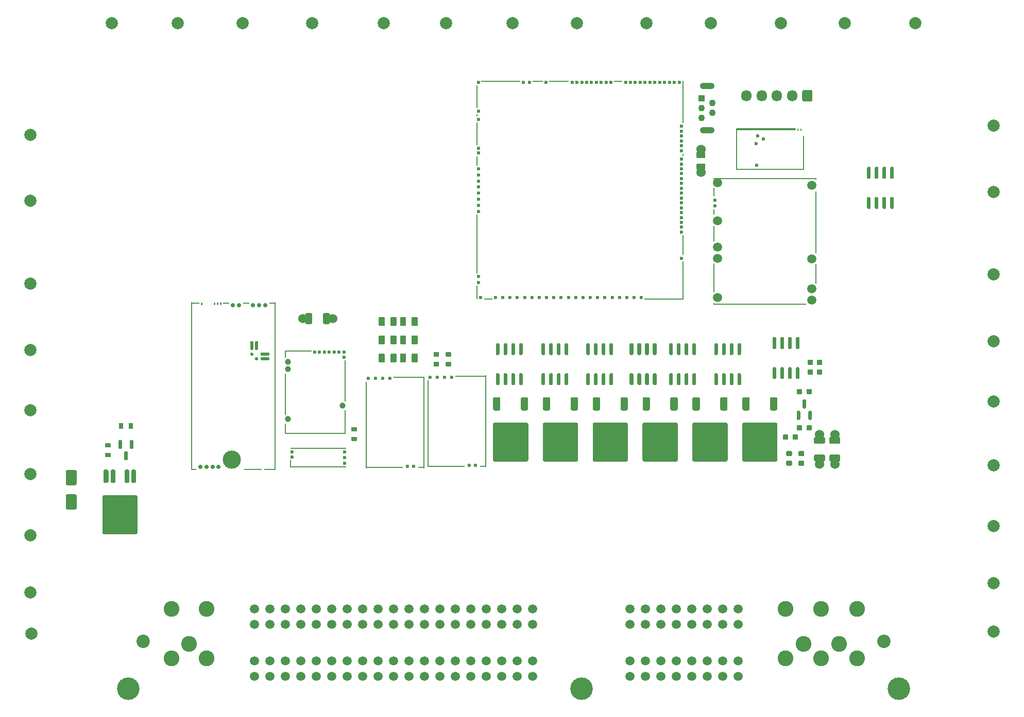
<source format=gtl>
G04 #@! TF.GenerationSoftware,KiCad,Pcbnew,8.0.8*
G04 #@! TF.CreationDate,2025-12-25T11:17:47-05:00*
G04 #@! TF.ProjectId,greenenergyecu,67726565-6e65-46e6-9572-67796563752e,d*
G04 #@! TF.SameCoordinates,PX2b953a0PY6943058*
G04 #@! TF.FileFunction,Copper,L1,Top*
G04 #@! TF.FilePolarity,Positive*
%FSLAX46Y46*%
G04 Gerber Fmt 4.6, Leading zero omitted, Abs format (unit mm)*
G04 Created by KiCad (PCBNEW 8.0.8) date 2025-12-25 11:17:47*
%MOMM*%
%LPD*%
G01*
G04 APERTURE LIST*
G04 #@! TA.AperFunction,ComponentPad*
%ADD10C,3.700000*%
G04 #@! TD*
G04 #@! TA.AperFunction,ComponentPad*
%ADD11C,2.200000*%
G04 #@! TD*
G04 #@! TA.AperFunction,ComponentPad*
%ADD12C,2.600000*%
G04 #@! TD*
G04 #@! TA.AperFunction,ComponentPad*
%ADD13C,1.500000*%
G04 #@! TD*
G04 #@! TA.AperFunction,SMDPad,CuDef*
%ADD14O,0.200000X5.669999*%
G04 #@! TD*
G04 #@! TA.AperFunction,SMDPad,CuDef*
%ADD15O,11.100001X0.200000*%
G04 #@! TD*
G04 #@! TA.AperFunction,SMDPad,CuDef*
%ADD16O,9.800001X0.399999*%
G04 #@! TD*
G04 #@! TA.AperFunction,SMDPad,CuDef*
%ADD17O,0.499999X0.250000*%
G04 #@! TD*
G04 #@! TA.AperFunction,SMDPad,CuDef*
%ADD18O,0.200000X6.799999*%
G04 #@! TD*
G04 #@! TA.AperFunction,SMDPad,CuDef*
%ADD19O,0.250000X0.499999*%
G04 #@! TD*
G04 #@! TA.AperFunction,ComponentPad*
%ADD20C,0.599999*%
G04 #@! TD*
G04 #@! TA.AperFunction,ComponentPad*
%ADD21R,1.100000X1.100000*%
G04 #@! TD*
G04 #@! TA.AperFunction,ComponentPad*
%ADD22C,1.100000*%
G04 #@! TD*
G04 #@! TA.AperFunction,ComponentPad*
%ADD23O,2.400000X1.100000*%
G04 #@! TD*
G04 #@! TA.AperFunction,ComponentPad*
%ADD24C,1.524000*%
G04 #@! TD*
G04 #@! TA.AperFunction,ComponentPad*
%ADD25C,0.700000*%
G04 #@! TD*
G04 #@! TA.AperFunction,SMDPad,CuDef*
%ADD26C,3.000000*%
G04 #@! TD*
G04 #@! TA.AperFunction,SMDPad,CuDef*
%ADD27R,3.000000X0.250000*%
G04 #@! TD*
G04 #@! TA.AperFunction,SMDPad,CuDef*
%ADD28R,1.100000X0.250000*%
G04 #@! TD*
G04 #@! TA.AperFunction,SMDPad,CuDef*
%ADD29R,0.980000X0.250000*%
G04 #@! TD*
G04 #@! TA.AperFunction,SMDPad,CuDef*
%ADD30R,1.450000X0.250000*%
G04 #@! TD*
G04 #@! TA.AperFunction,SMDPad,CuDef*
%ADD31R,0.250000X27.600000*%
G04 #@! TD*
G04 #@! TA.AperFunction,SMDPad,CuDef*
%ADD32R,1.950000X0.250000*%
G04 #@! TD*
G04 #@! TA.AperFunction,SMDPad,CuDef*
%ADD33R,0.950000X0.250000*%
G04 #@! TD*
G04 #@! TA.AperFunction,SMDPad,CuDef*
%ADD34R,4.400000X0.200000*%
G04 #@! TD*
G04 #@! TA.AperFunction,SMDPad,CuDef*
%ADD35R,0.200000X1.200000*%
G04 #@! TD*
G04 #@! TA.AperFunction,SMDPad,CuDef*
%ADD36R,0.200000X6.800000*%
G04 #@! TD*
G04 #@! TA.AperFunction,SMDPad,CuDef*
%ADD37R,0.200000X4.000000*%
G04 #@! TD*
G04 #@! TA.AperFunction,SMDPad,CuDef*
%ADD38R,0.200000X1.800000*%
G04 #@! TD*
G04 #@! TA.AperFunction,SMDPad,CuDef*
%ADD39R,10.000000X0.200000*%
G04 #@! TD*
G04 #@! TA.AperFunction,ComponentPad*
%ADD40C,0.600000*%
G04 #@! TD*
G04 #@! TA.AperFunction,ComponentPad*
%ADD41C,1.000000*%
G04 #@! TD*
G04 #@! TA.AperFunction,ComponentPad*
%ADD42O,1.700000X1.850000*%
G04 #@! TD*
G04 #@! TA.AperFunction,SMDPad,CuDef*
%ADD43R,6.185000X0.250000*%
G04 #@! TD*
G04 #@! TA.AperFunction,SMDPad,CuDef*
%ADD44R,1.115000X0.250000*%
G04 #@! TD*
G04 #@! TA.AperFunction,SMDPad,CuDef*
%ADD45R,0.250000X14.275000*%
G04 #@! TD*
G04 #@! TA.AperFunction,SMDPad,CuDef*
%ADD46R,0.250000X15.100000*%
G04 #@! TD*
G04 #@! TA.AperFunction,SMDPad,CuDef*
%ADD47R,5.175000X0.250000*%
G04 #@! TD*
G04 #@! TA.AperFunction,SMDPad,CuDef*
%ADD48O,0.200000X3.300000*%
G04 #@! TD*
G04 #@! TA.AperFunction,SMDPad,CuDef*
%ADD49O,0.200000X10.200000*%
G04 #@! TD*
G04 #@! TA.AperFunction,SMDPad,CuDef*
%ADD50O,0.200000X0.300000*%
G04 #@! TD*
G04 #@! TA.AperFunction,SMDPad,CuDef*
%ADD51O,17.000000X0.200000*%
G04 #@! TD*
G04 #@! TA.AperFunction,SMDPad,CuDef*
%ADD52O,15.400000X0.200000*%
G04 #@! TD*
G04 #@! TA.AperFunction,SMDPad,CuDef*
%ADD53O,0.200000X4.800000*%
G04 #@! TD*
G04 #@! TA.AperFunction,SMDPad,CuDef*
%ADD54O,0.200000X2.600000*%
G04 #@! TD*
G04 #@! TA.AperFunction,SMDPad,CuDef*
%ADD55O,0.200000X1.000000*%
G04 #@! TD*
G04 #@! TA.AperFunction,SMDPad,CuDef*
%ADD56O,0.200000X1.500000*%
G04 #@! TD*
G04 #@! TA.AperFunction,SMDPad,CuDef*
%ADD57R,0.200000X3.700000*%
G04 #@! TD*
G04 #@! TA.AperFunction,SMDPad,CuDef*
%ADD58R,0.200000X0.400000*%
G04 #@! TD*
G04 #@! TA.AperFunction,SMDPad,CuDef*
%ADD59R,0.200000X1.600000*%
G04 #@! TD*
G04 #@! TA.AperFunction,SMDPad,CuDef*
%ADD60R,0.200000X9.700000*%
G04 #@! TD*
G04 #@! TA.AperFunction,SMDPad,CuDef*
%ADD61R,0.200000X2.300000*%
G04 #@! TD*
G04 #@! TA.AperFunction,SMDPad,CuDef*
%ADD62R,1.400000X0.200000*%
G04 #@! TD*
G04 #@! TA.AperFunction,SMDPad,CuDef*
%ADD63R,6.400000X0.200000*%
G04 #@! TD*
G04 #@! TA.AperFunction,SMDPad,CuDef*
%ADD64R,1.700000X0.200000*%
G04 #@! TD*
G04 #@! TA.AperFunction,SMDPad,CuDef*
%ADD65R,3.300000X0.200000*%
G04 #@! TD*
G04 #@! TA.AperFunction,SMDPad,CuDef*
%ADD66R,0.200000X7.000000*%
G04 #@! TD*
G04 #@! TA.AperFunction,SMDPad,CuDef*
%ADD67R,0.200000X3.300000*%
G04 #@! TD*
G04 #@! TA.AperFunction,SMDPad,CuDef*
%ADD68R,0.200000X6.300000*%
G04 #@! TD*
G04 #@! TA.AperFunction,SMDPad,CuDef*
%ADD69O,0.200000X1.225000*%
G04 #@! TD*
G04 #@! TA.AperFunction,SMDPad,CuDef*
%ADD70O,9.300000X0.200000*%
G04 #@! TD*
G04 #@! TA.AperFunction,ViaPad*
%ADD71C,2.000000*%
G04 #@! TD*
G04 APERTURE END LIST*
D10*
G04 #@! TO.P,P1,*
G04 #@! TO.N,*
X18648000Y5492000D03*
D11*
X21098000Y13292000D03*
D10*
X93148000Y5492000D03*
D11*
X142898000Y13292000D03*
D10*
X145348000Y5492000D03*
D12*
G04 #@! TO.P,P1,1,1*
G04 #@! TO.N,OUT_DC1+*
X25748000Y10492000D03*
G04 #@! TO.P,P1,2,2*
G04 #@! TO.N,OUT_DC1-*
X31548000Y10492000D03*
G04 #@! TO.P,P1,3,3*
G04 #@! TO.N,GND*
X28648000Y12822000D03*
G04 #@! TO.P,P1,4,4*
G04 #@! TO.N,OUT_DC2+*
X25748000Y18622000D03*
G04 #@! TO.P,P1,5,5*
G04 #@! TO.N,OUT_DC2-*
X31548000Y18622000D03*
D13*
G04 #@! TO.P,P1,6,6*
G04 #@! TO.N,UART_RX*
X85168000Y18622000D03*
G04 #@! TO.P,P1,7,7*
G04 #@! TO.N,UART_TX*
X82628000Y18622000D03*
G04 #@! TO.P,P1,8,8*
G04 #@! TO.N,OUT_IGN6*
X80088000Y18622000D03*
G04 #@! TO.P,P1,9,9*
G04 #@! TO.N,OUT_IGN5*
X77548000Y18622000D03*
G04 #@! TO.P,P1,10,10*
G04 #@! TO.N,OUT_IGN4*
X75008000Y18622000D03*
G04 #@! TO.P,P1,11,11*
G04 #@! TO.N,OUT_IGN3*
X72468000Y18622000D03*
G04 #@! TO.P,P1,12,12*
G04 #@! TO.N,OUT_IGN2*
X69928000Y18622000D03*
G04 #@! TO.P,P1,13,13*
G04 #@! TO.N,OUT_IGN1*
X67388000Y18622000D03*
G04 #@! TO.P,P1,14,14*
G04 #@! TO.N,OUT_LS1*
X64848000Y18622000D03*
G04 #@! TO.P,P1,15,15*
G04 #@! TO.N,OUT_LS2*
X62308000Y18622000D03*
G04 #@! TO.P,P1,16,16*
X59768000Y18622000D03*
G04 #@! TO.P,P1,17,17*
G04 #@! TO.N,VR_DISCRETE+*
X57228000Y18622000D03*
G04 #@! TO.P,P1,18,18*
G04 #@! TO.N,VR_DISCRETE-*
X54688000Y18622000D03*
G04 #@! TO.P,P1,19,19*
G04 #@! TO.N,VR_MAX9924+*
X52148000Y18622000D03*
G04 #@! TO.P,P1,20,20*
G04 #@! TO.N,VR_MAX9924-*
X49608000Y18622000D03*
G04 #@! TO.P,P1,21,21*
G04 #@! TO.N,EGT+*
X47068000Y18622000D03*
G04 #@! TO.P,P1,22,22*
G04 #@! TO.N,EGT-*
X44528000Y18622000D03*
G04 #@! TO.P,P1,23,23*
G04 #@! TO.N,+12V*
X41988000Y18622000D03*
G04 #@! TO.P,P1,24,24*
X39448000Y18622000D03*
G04 #@! TO.P,P1,25,25*
G04 #@! TO.N,LIBRE*
X85168000Y16082000D03*
G04 #@! TO.P,P1,26,26*
X82628000Y16082000D03*
G04 #@! TO.P,P1,27,27*
G04 #@! TO.N,OUT_IGN6*
X80088000Y16082000D03*
G04 #@! TO.P,P1,28,28*
G04 #@! TO.N,OUT_IGN5*
X77548000Y16082000D03*
G04 #@! TO.P,P1,29,29*
G04 #@! TO.N,OUT_IGN4*
X75008000Y16082000D03*
G04 #@! TO.P,P1,30,30*
G04 #@! TO.N,OUT_IGN3*
X72468000Y16082000D03*
G04 #@! TO.P,P1,31,31*
G04 #@! TO.N,OUT_IGN2*
X69928000Y16082000D03*
G04 #@! TO.P,P1,32,32*
G04 #@! TO.N,OUT_IGN1*
X67388000Y16082000D03*
G04 #@! TO.P,P1,33,33*
G04 #@! TO.N,DIS*
X64848000Y16082000D03*
G04 #@! TO.P,P1,34,34*
G04 #@! TO.N,IN_HALL3*
X62308000Y16082000D03*
G04 #@! TO.P,P1,35,35*
G04 #@! TO.N,IN_HALL2*
X59768000Y16082000D03*
G04 #@! TO.P,P1,36,36*
G04 #@! TO.N,IN_HALL1*
X57228000Y16082000D03*
G04 #@! TO.P,P1,37,37*
G04 #@! TO.N,IN_MAP*
X54688000Y16082000D03*
G04 #@! TO.P,P1,38,38*
G04 #@! TO.N,IN_TPS1*
X52148000Y16082000D03*
G04 #@! TO.P,P1,39,39*
G04 #@! TO.N,IN_TPS2*
X49608000Y16082000D03*
G04 #@! TO.P,P1,40,40*
G04 #@! TO.N,IN_AUX1*
X47068000Y16082000D03*
G04 #@! TO.P,P1,41,41*
G04 #@! TO.N,IN_AUX2*
X44528000Y16082000D03*
G04 #@! TO.P,P1,42,42*
G04 #@! TO.N,IN_FLEX*
X41988000Y16082000D03*
G04 #@! TO.P,P1,43,43*
G04 #@! TO.N,HSO*
X39448000Y16082000D03*
G04 #@! TO.P,P1,44,44*
G04 #@! TO.N,OUT_INJ1*
X85168000Y10032000D03*
G04 #@! TO.P,P1,45,45*
G04 #@! TO.N,OUT_INJ2*
X82628000Y10032000D03*
G04 #@! TO.P,P1,46,46*
G04 #@! TO.N,OUT_INJ3*
X80088000Y10032000D03*
G04 #@! TO.P,P1,47,47*
G04 #@! TO.N,OUT_INJ4*
X77548000Y10032000D03*
G04 #@! TO.P,P1,48,48*
G04 #@! TO.N,OUT_INJ5*
X75008000Y10032000D03*
G04 #@! TO.P,P1,49,49*
G04 #@! TO.N,OUT_INJ6*
X72468000Y10032000D03*
G04 #@! TO.P,P1,50,50*
G04 #@! TO.N,OUT_INJ7*
X69928000Y10032000D03*
G04 #@! TO.P,P1,51,51*
G04 #@! TO.N,OUT_INJ8*
X67388000Y10032000D03*
G04 #@! TO.P,P1,52,52*
G04 #@! TO.N,GNDA*
X64848000Y10032000D03*
G04 #@! TO.P,P1,53,53*
X62308000Y10032000D03*
G04 #@! TO.P,P1,54,54*
X59768000Y10032000D03*
G04 #@! TO.P,P1,55,55*
X57228000Y10032000D03*
G04 #@! TO.P,P1,56,56*
X54688000Y10032000D03*
G04 #@! TO.P,P1,57,57*
X52148000Y10032000D03*
G04 #@! TO.P,P1,58,58*
X49608000Y10032000D03*
G04 #@! TO.P,P1,59,59*
X47068000Y10032000D03*
G04 #@! TO.P,P1,60,60*
X44528000Y10032000D03*
G04 #@! TO.P,P1,61,61*
X41988000Y10032000D03*
G04 #@! TO.P,P1,62,62*
X39448000Y10032000D03*
G04 #@! TO.P,P1,63,63*
G04 #@! TO.N,IN_IAT*
X85168000Y7492000D03*
G04 #@! TO.P,P1,64,64*
G04 #@! TO.N,GNDA*
X82628000Y7492000D03*
G04 #@! TO.P,P1,65,65*
G04 #@! TO.N,IN_CLT*
X80088000Y7492000D03*
G04 #@! TO.P,P1,66,66*
G04 #@! TO.N,GNDA*
X77548000Y7492000D03*
G04 #@! TO.P,P1,67,67*
G04 #@! TO.N,LIBRE*
X75008000Y7492000D03*
G04 #@! TO.P,P1,68,68*
G04 #@! TO.N,GNDA*
X72468000Y7492000D03*
G04 #@! TO.P,P1,69,69*
G04 #@! TO.N,LIBRE*
X69928000Y7492000D03*
G04 #@! TO.P,P1,70,70*
X67388000Y7492000D03*
G04 #@! TO.P,P1,71,71*
G04 #@! TO.N,+5VP*
X64848000Y7492000D03*
G04 #@! TO.P,P1,72,72*
X62308000Y7492000D03*
G04 #@! TO.P,P1,73,73*
X59768000Y7492000D03*
G04 #@! TO.P,P1,74,74*
X57228000Y7492000D03*
G04 #@! TO.P,P1,75,75*
X54688000Y7492000D03*
G04 #@! TO.P,P1,76,76*
X52148000Y7492000D03*
G04 #@! TO.P,P1,77,77*
X49608000Y7492000D03*
G04 #@! TO.P,P1,78,78*
X47068000Y7492000D03*
G04 #@! TO.P,P1,79,79*
X44528000Y7492000D03*
G04 #@! TO.P,P1,80,80*
X41988000Y7492000D03*
G04 #@! TO.P,P1,81,81*
G04 #@! TO.N,IN_KNOCK_RAW*
X39448000Y7492000D03*
G04 #@! TO.P,P1,82,82*
G04 #@! TO.N,CAN+*
X101138000Y7492000D03*
G04 #@! TO.P,P1,83,83*
G04 #@! TO.N,CAN-*
X103678000Y7492000D03*
G04 #@! TO.P,P1,84,84*
G04 #@! TO.N,IN_BUTTON1*
X106218000Y7492000D03*
G04 #@! TO.P,P1,85,85*
G04 #@! TO.N,IN_BUTTON2*
X108758000Y7492000D03*
G04 #@! TO.P,P1,86,86*
G04 #@! TO.N,OUT_LS_HOT5*
X111298000Y7492000D03*
G04 #@! TO.P,P1,87,87*
G04 #@! TO.N,OUT_LS_HOT6*
X113838000Y7492000D03*
G04 #@! TO.P,P1,88,88*
G04 #@! TO.N,OUT_LS4*
X116378000Y7492000D03*
G04 #@! TO.P,P1,89,89*
G04 #@! TO.N,IN_BUTTON3*
X118918000Y7492000D03*
G04 #@! TO.P,P1,90,90*
G04 #@! TO.N,IN_PPS1*
X101138000Y10032000D03*
G04 #@! TO.P,P1,91,91*
G04 #@! TO.N,IN_PPS2*
X103678000Y10032000D03*
G04 #@! TO.P,P1,92,92*
G04 #@! TO.N,LIBRE*
X106218000Y10032000D03*
G04 #@! TO.P,P1,93,93*
X108758000Y10032000D03*
G04 #@! TO.P,P1,94,94*
X111298000Y10032000D03*
G04 #@! TO.P,P1,95,95*
X113838000Y10032000D03*
G04 #@! TO.P,P1,96,96*
X116378000Y10032000D03*
G04 #@! TO.P,P1,97,97*
X118918000Y10032000D03*
G04 #@! TO.P,P1,98,98*
G04 #@! TO.N,GNDA*
X101138000Y16082000D03*
G04 #@! TO.P,P1,99,99*
X103678000Y16082000D03*
G04 #@! TO.P,P1,100,100*
G04 #@! TO.N,WBO1_SWD*
X106218000Y16082000D03*
G04 #@! TO.P,P1,101,101*
G04 #@! TO.N,WBO1_SWC*
X108758000Y16082000D03*
G04 #@! TO.P,P1,102,102*
G04 #@! TO.N,5_WBO_Rtrim*
X111298000Y16082000D03*
G04 #@! TO.P,P1,103,103*
G04 #@! TO.N,1_WBO_Ip*
X113838000Y16082000D03*
G04 #@! TO.P,P1,104,104*
G04 #@! TO.N,2_WBO_Vm*
X116378000Y16082000D03*
G04 #@! TO.P,P1,105,105*
G04 #@! TO.N,6_WBO_Un*
X118918000Y16082000D03*
G04 #@! TO.P,P1,106,106*
G04 #@! TO.N,+5VP*
X101138000Y18622000D03*
G04 #@! TO.P,P1,107,107*
X103678000Y18622000D03*
G04 #@! TO.P,P1,108,108*
G04 #@! TO.N,12V_KEY*
X106218000Y18622000D03*
G04 #@! TO.P,P1,109,109*
G04 #@! TO.N,LIBRE*
X108758000Y18622000D03*
G04 #@! TO.P,P1,110,110*
G04 #@! TO.N,P_VBUS*
X111298000Y18622000D03*
G04 #@! TO.P,P1,111,111*
G04 #@! TO.N,P_USB-*
X113838000Y18622000D03*
G04 #@! TO.P,P1,112,112*
G04 #@! TO.N,P_USB+*
X116378000Y18622000D03*
G04 #@! TO.P,P1,113,113*
G04 #@! TO.N,GND*
X118918000Y18622000D03*
D12*
G04 #@! TO.P,P1,114,114*
X126748000Y10492000D03*
G04 #@! TO.P,P1,115,115*
X132548000Y10492000D03*
G04 #@! TO.P,P1,116,116*
G04 #@! TO.N,+12V_PERM*
X138448000Y10492000D03*
G04 #@! TO.P,P1,117,117*
G04 #@! TO.N,+12V_RAW*
X129648000Y12822000D03*
G04 #@! TO.P,P1,118,118*
G04 #@! TO.N,LIBRE*
X135548000Y12822000D03*
G04 #@! TO.P,P1,119,119*
G04 #@! TO.N,3_WBO_Heater*
X126748000Y18622000D03*
G04 #@! TO.P,P1,120,120*
G04 #@! TO.N,+12V*
X132548000Y18622000D03*
G04 #@! TO.P,P1,121,121*
G04 #@! TO.N,LIBRE*
X138448000Y18622000D03*
G04 #@! TD*
G04 #@! TO.P,C5,1*
G04 #@! TO.N,GND*
G04 #@! TA.AperFunction,SMDPad,CuDef*
G36*
G01*
X131960000Y59590001D02*
X132640000Y59590001D01*
G75*
G02*
X132725000Y59505001I0J-85000D01*
G01*
X132725000Y58825001D01*
G75*
G02*
X132640000Y58740001I-85000J0D01*
G01*
X131960000Y58740001D01*
G75*
G02*
X131875000Y58825001I0J85000D01*
G01*
X131875000Y59505001D01*
G75*
G02*
X131960000Y59590001I85000J0D01*
G01*
G37*
G04 #@! TD.AperFunction*
G04 #@! TO.P,C5,2*
G04 #@! TO.N,+3.3VA*
G04 #@! TA.AperFunction,SMDPad,CuDef*
G36*
G01*
X131960000Y58009999D02*
X132640000Y58009999D01*
G75*
G02*
X132725000Y57924999I0J-85000D01*
G01*
X132725000Y57244999D01*
G75*
G02*
X132640000Y57159999I-85000J0D01*
G01*
X131960000Y57159999D01*
G75*
G02*
X131875000Y57244999I0J85000D01*
G01*
X131875000Y57924999D01*
G75*
G02*
X131960000Y58009999I85000J0D01*
G01*
G37*
G04 #@! TD.AperFunction*
G04 #@! TD*
D14*
G04 #@! TO.P,M7,E1,GND*
G04 #@! TO.N,GND*
X129662501Y93655837D03*
D15*
X124187500Y90918337D03*
D16*
X123487499Y97518334D03*
D17*
X118862505Y97518334D03*
D18*
X118687501Y94255836D03*
D19*
G04 #@! TO.P,M7,S1,CANL*
G04 #@! TO.N,unconnected-(M7-CANL-PadS1)*
X129212499Y97468336D03*
G04 #@! TO.P,M7,S2,CANH*
G04 #@! TO.N,unconnected-(M7-CANH-PadS2)*
X128712498Y97468336D03*
D20*
G04 #@! TO.P,M7,V1,V5*
G04 #@! TO.N,+5VA*
X122162501Y96418338D03*
G04 #@! TO.P,M7,V2,CAN_VIO*
G04 #@! TO.N,+3.3VA*
X123037503Y95893338D03*
G04 #@! TO.P,M7,V5,CAN_TX*
G04 #@! TO.N,E7INJ8CANTX*
X121862499Y95143340D03*
G04 #@! TO.P,M7,V6,CAN_RX*
G04 #@! TO.N,E6INJ7CANRX*
X121937502Y91593339D03*
G04 #@! TD*
G04 #@! TO.P,R843,1*
G04 #@! TO.N,+5VP*
G04 #@! TA.AperFunction,SMDPad,CuDef*
G36*
G01*
X55410000Y48525000D02*
X56190000Y48525000D01*
G75*
G02*
X56260000Y48455000I0J-70000D01*
G01*
X56260000Y47895000D01*
G75*
G02*
X56190000Y47825000I-70000J0D01*
G01*
X55410000Y47825000D01*
G75*
G02*
X55340000Y47895000I0J70000D01*
G01*
X55340000Y48455000D01*
G75*
G02*
X55410000Y48525000I70000J0D01*
G01*
G37*
G04 #@! TD.AperFunction*
G04 #@! TO.P,R843,2*
G04 #@! TO.N,VR_MAX9924-*
G04 #@! TA.AperFunction,SMDPad,CuDef*
G36*
G01*
X55410000Y46925000D02*
X56190000Y46925000D01*
G75*
G02*
X56260000Y46855000I0J-70000D01*
G01*
X56260000Y46295000D01*
G75*
G02*
X56190000Y46225000I-70000J0D01*
G01*
X55410000Y46225000D01*
G75*
G02*
X55340000Y46295000I0J70000D01*
G01*
X55340000Y46855000D01*
G75*
G02*
X55410000Y46925000I70000J0D01*
G01*
G37*
G04 #@! TD.AperFunction*
G04 #@! TD*
D21*
G04 #@! TO.P,J22,1,VBUS*
G04 #@! TO.N,P_VBUS*
X112925000Y102625000D03*
D22*
G04 #@! TO.P,J22,2,D-*
G04 #@! TO.N,P_USB-*
X114675000Y101825000D03*
G04 #@! TO.P,J22,3,D+*
G04 #@! TO.N,P_USB+*
X112925000Y101025000D03*
G04 #@! TO.P,J22,4,ID*
G04 #@! TO.N,unconnected-(J22-ID-Pad4)*
X114675000Y100225000D03*
G04 #@! TO.P,J22,5,GND*
G04 #@! TO.N,GND*
X112925000Y99425000D03*
D23*
G04 #@! TO.P,J22,6,Shield*
X113800000Y104675000D03*
X113800000Y97375000D03*
G04 #@! TD*
G04 #@! TO.P,D1,1,K*
G04 #@! TO.N,HSO*
G04 #@! TA.AperFunction,SMDPad,CuDef*
G36*
G01*
X8650000Y41465000D02*
X9950000Y41465000D01*
G75*
G02*
X10200000Y41215000I0J-250000D01*
G01*
X10200000Y39215000D01*
G75*
G02*
X9950000Y38965000I-250000J0D01*
G01*
X8650000Y38965000D01*
G75*
G02*
X8400000Y39215000I0J250000D01*
G01*
X8400000Y41215000D01*
G75*
G02*
X8650000Y41465000I250000J0D01*
G01*
G37*
G04 #@! TD.AperFunction*
G04 #@! TO.P,D1,2,A*
G04 #@! TO.N,GND*
G04 #@! TA.AperFunction,SMDPad,CuDef*
G36*
G01*
X8650000Y37465000D02*
X9950000Y37465000D01*
G75*
G02*
X10200000Y37215000I0J-250000D01*
G01*
X10200000Y35215000D01*
G75*
G02*
X9950000Y34965000I-250000J0D01*
G01*
X8650000Y34965000D01*
G75*
G02*
X8400000Y35215000I0J250000D01*
G01*
X8400000Y37215000D01*
G75*
G02*
X8650000Y37465000I250000J0D01*
G01*
G37*
G04 #@! TD.AperFunction*
G04 #@! TD*
G04 #@! TO.P,C843,1*
G04 #@! TO.N,GND*
G04 #@! TA.AperFunction,SMDPad,CuDef*
G36*
G01*
X128725000Y47215000D02*
X128725000Y46535000D01*
G75*
G02*
X128640000Y46450000I-85000J0D01*
G01*
X127960000Y46450000D01*
G75*
G02*
X127875000Y46535000I0J85000D01*
G01*
X127875000Y47215000D01*
G75*
G02*
X127960000Y47300000I85000J0D01*
G01*
X128640000Y47300000D01*
G75*
G02*
X128725000Y47215000I0J-85000D01*
G01*
G37*
G04 #@! TD.AperFunction*
G04 #@! TO.P,C843,2*
G04 #@! TO.N,Net-(U846-T-)*
G04 #@! TA.AperFunction,SMDPad,CuDef*
G36*
G01*
X127144998Y47215000D02*
X127144998Y46535000D01*
G75*
G02*
X127059998Y46450000I-85000J0D01*
G01*
X126379998Y46450000D01*
G75*
G02*
X126294998Y46535000I0J85000D01*
G01*
X126294998Y47215000D01*
G75*
G02*
X126379998Y47300000I85000J0D01*
G01*
X127059998Y47300000D01*
G75*
G02*
X127144998Y47215000I0J-85000D01*
G01*
G37*
G04 #@! TD.AperFunction*
G04 #@! TD*
G04 #@! TO.P,U846,1,GND*
G04 #@! TO.N,unconnected-(U846-GND-Pad1)*
G04 #@! TA.AperFunction,SMDPad,CuDef*
G36*
G01*
X125045000Y56425000D02*
X124745000Y56425000D01*
G75*
G02*
X124595000Y56575000I0J150000D01*
G01*
X124595000Y58225000D01*
G75*
G02*
X124745000Y58375000I150000J0D01*
G01*
X125045000Y58375000D01*
G75*
G02*
X125195000Y58225000I0J-150000D01*
G01*
X125195000Y56575000D01*
G75*
G02*
X125045000Y56425000I-150000J0D01*
G01*
G37*
G04 #@! TD.AperFunction*
G04 #@! TO.P,U846,2,T-*
G04 #@! TO.N,Net-(U846-T-)*
G04 #@! TA.AperFunction,SMDPad,CuDef*
G36*
G01*
X126315000Y56425000D02*
X126015000Y56425000D01*
G75*
G02*
X125865000Y56575000I0J150000D01*
G01*
X125865000Y58225000D01*
G75*
G02*
X126015000Y58375000I150000J0D01*
G01*
X126315000Y58375000D01*
G75*
G02*
X126465000Y58225000I0J-150000D01*
G01*
X126465000Y56575000D01*
G75*
G02*
X126315000Y56425000I-150000J0D01*
G01*
G37*
G04 #@! TD.AperFunction*
G04 #@! TO.P,U846,3,T+*
G04 #@! TO.N,Net-(U846-T+)*
G04 #@! TA.AperFunction,SMDPad,CuDef*
G36*
G01*
X127585000Y56425000D02*
X127285000Y56425000D01*
G75*
G02*
X127135000Y56575000I0J150000D01*
G01*
X127135000Y58225000D01*
G75*
G02*
X127285000Y58375000I150000J0D01*
G01*
X127585000Y58375000D01*
G75*
G02*
X127735000Y58225000I0J-150000D01*
G01*
X127735000Y56575000D01*
G75*
G02*
X127585000Y56425000I-150000J0D01*
G01*
G37*
G04 #@! TD.AperFunction*
G04 #@! TO.P,U846,4,V_{CC}*
G04 #@! TO.N,+3.3VA*
G04 #@! TA.AperFunction,SMDPad,CuDef*
G36*
G01*
X128855000Y56425000D02*
X128555000Y56425000D01*
G75*
G02*
X128405000Y56575000I0J150000D01*
G01*
X128405000Y58225000D01*
G75*
G02*
X128555000Y58375000I150000J0D01*
G01*
X128855000Y58375000D01*
G75*
G02*
X129005000Y58225000I0J-150000D01*
G01*
X129005000Y56575000D01*
G75*
G02*
X128855000Y56425000I-150000J0D01*
G01*
G37*
G04 #@! TD.AperFunction*
G04 #@! TO.P,U846,5,SCK*
G04 #@! TO.N,/SCK3*
G04 #@! TA.AperFunction,SMDPad,CuDef*
G36*
G01*
X128855000Y61375000D02*
X128555000Y61375000D01*
G75*
G02*
X128405000Y61525000I0J150000D01*
G01*
X128405000Y63175000D01*
G75*
G02*
X128555000Y63325000I150000J0D01*
G01*
X128855000Y63325000D01*
G75*
G02*
X129005000Y63175000I0J-150000D01*
G01*
X129005000Y61525000D01*
G75*
G02*
X128855000Y61375000I-150000J0D01*
G01*
G37*
G04 #@! TD.AperFunction*
G04 #@! TO.P,U846,6,~{CS}*
G04 #@! TO.N,/EGT/SPI_CS*
G04 #@! TA.AperFunction,SMDPad,CuDef*
G36*
G01*
X127585000Y61375000D02*
X127285000Y61375000D01*
G75*
G02*
X127135000Y61525000I0J150000D01*
G01*
X127135000Y63175000D01*
G75*
G02*
X127285000Y63325000I150000J0D01*
G01*
X127585000Y63325000D01*
G75*
G02*
X127735000Y63175000I0J-150000D01*
G01*
X127735000Y61525000D01*
G75*
G02*
X127585000Y61375000I-150000J0D01*
G01*
G37*
G04 #@! TD.AperFunction*
G04 #@! TO.P,U846,7,SO*
G04 #@! TO.N,/MISO3*
G04 #@! TA.AperFunction,SMDPad,CuDef*
G36*
G01*
X126315000Y61375000D02*
X126015000Y61375000D01*
G75*
G02*
X125865000Y61525000I0J150000D01*
G01*
X125865000Y63175000D01*
G75*
G02*
X126015000Y63325000I150000J0D01*
G01*
X126315000Y63325000D01*
G75*
G02*
X126465000Y63175000I0J-150000D01*
G01*
X126465000Y61525000D01*
G75*
G02*
X126315000Y61375000I-150000J0D01*
G01*
G37*
G04 #@! TD.AperFunction*
G04 #@! TO.P,U846,8,NC*
G04 #@! TO.N,unconnected-(U846-NC-Pad8)*
G04 #@! TA.AperFunction,SMDPad,CuDef*
G36*
G01*
X125045000Y61375000D02*
X124745000Y61375000D01*
G75*
G02*
X124595000Y61525000I0J150000D01*
G01*
X124595000Y63175000D01*
G75*
G02*
X124745000Y63325000I150000J0D01*
G01*
X125045000Y63325000D01*
G75*
G02*
X125195000Y63175000I0J-150000D01*
G01*
X125195000Y61525000D01*
G75*
G02*
X125045000Y61375000I-150000J0D01*
G01*
G37*
G04 #@! TD.AperFunction*
G04 #@! TD*
D24*
G04 #@! TO.P,F842,1,1*
G04 #@! TO.N,12V_KEY*
X134800000Y42425000D03*
G04 #@! TA.AperFunction,SMDPad,CuDef*
G36*
G01*
X135700000Y43769990D02*
X135700000Y43079990D01*
G75*
G02*
X135470000Y42849990I-230000J0D01*
G01*
X134130000Y42849990D01*
G75*
G02*
X133900000Y43079990I0J230000D01*
G01*
X133900000Y43769990D01*
G75*
G02*
X134130000Y43999990I230000J0D01*
G01*
X135470000Y43999990D01*
G75*
G02*
X135700000Y43769990I0J-230000D01*
G01*
G37*
G04 #@! TD.AperFunction*
G04 #@! TO.P,F842,2,2*
G04 #@! TO.N,/IN_VIGN*
G04 #@! TA.AperFunction,SMDPad,CuDef*
G36*
G01*
X135700000Y46670010D02*
X135700000Y45980010D01*
G75*
G02*
X135470000Y45750010I-230000J0D01*
G01*
X134130000Y45750010D01*
G75*
G02*
X133900000Y45980010I0J230000D01*
G01*
X133900000Y46670010D01*
G75*
G02*
X134130000Y46900010I230000J0D01*
G01*
X135470000Y46900010D01*
G75*
G02*
X135700000Y46670010I0J-230000D01*
G01*
G37*
G04 #@! TD.AperFunction*
X134800000Y47325000D03*
G04 #@! TD*
G04 #@! TO.P,F843,1,1*
G04 #@! TO.N,+12V*
X47350000Y66375000D03*
G04 #@! TA.AperFunction,SMDPad,CuDef*
G36*
G01*
X48694990Y65475000D02*
X48004990Y65475000D01*
G75*
G02*
X47774990Y65705000I0J230000D01*
G01*
X47774990Y67045000D01*
G75*
G02*
X48004990Y67275000I230000J0D01*
G01*
X48694990Y67275000D01*
G75*
G02*
X48924990Y67045000I0J-230000D01*
G01*
X48924990Y65705000D01*
G75*
G02*
X48694990Y65475000I-230000J0D01*
G01*
G37*
G04 #@! TD.AperFunction*
G04 #@! TO.P,F843,2,2*
G04 #@! TO.N,Net-(F843-Pad2)*
G04 #@! TA.AperFunction,SMDPad,CuDef*
G36*
G01*
X51595010Y65475000D02*
X50905010Y65475000D01*
G75*
G02*
X50675010Y65705000I0J230000D01*
G01*
X50675010Y67045000D01*
G75*
G02*
X50905010Y67275000I230000J0D01*
G01*
X51595010Y67275000D01*
G75*
G02*
X51825010Y67045000I0J-230000D01*
G01*
X51825010Y65705000D01*
G75*
G02*
X51595010Y65475000I-230000J0D01*
G01*
G37*
G04 #@! TD.AperFunction*
X52250000Y66375000D03*
G04 #@! TD*
G04 #@! TO.P,Q841,1,G*
G04 #@! TO.N,Net-(Q841-G)*
G04 #@! TA.AperFunction,SMDPad,CuDef*
G36*
G01*
X83450000Y53450000D02*
X84150000Y53450000D01*
G75*
G02*
X84400000Y53200000I0J-250000D01*
G01*
X84400000Y51500000D01*
G75*
G02*
X84150000Y51250000I-250000J0D01*
G01*
X83450000Y51250000D01*
G75*
G02*
X83200000Y51500000I0J250000D01*
G01*
X83200000Y53200000D01*
G75*
G02*
X83450000Y53450000I250000J0D01*
G01*
G37*
G04 #@! TD.AperFunction*
G04 #@! TO.P,Q841,2,C*
G04 #@! TO.N,OUT_IGN1*
G04 #@! TA.AperFunction,SMDPad,CuDef*
G36*
G01*
X81920000Y49250000D02*
X84170000Y49250000D01*
G75*
G02*
X84420000Y49000000I0J-250000D01*
G01*
X84420000Y46450000D01*
G75*
G02*
X84170000Y46200000I-250000J0D01*
G01*
X81920000Y46200000D01*
G75*
G02*
X81670000Y46450000I0J250000D01*
G01*
X81670000Y49000000D01*
G75*
G02*
X81920000Y49250000I250000J0D01*
G01*
G37*
G04 #@! TD.AperFunction*
G04 #@! TA.AperFunction,SMDPad,CuDef*
G36*
G01*
X78870000Y49250000D02*
X81120000Y49250000D01*
G75*
G02*
X81370000Y49000000I0J-250000D01*
G01*
X81370000Y46450000D01*
G75*
G02*
X81120000Y46200000I-250000J0D01*
G01*
X78870000Y46200000D01*
G75*
G02*
X78620000Y46450000I0J250000D01*
G01*
X78620000Y49000000D01*
G75*
G02*
X78870000Y49250000I250000J0D01*
G01*
G37*
G04 #@! TD.AperFunction*
G04 #@! TA.AperFunction,SMDPad,CuDef*
G36*
G01*
X78869997Y49250000D02*
X84170003Y49250000D01*
G75*
G02*
X84420000Y49000003I0J-249997D01*
G01*
X84420000Y43099997D01*
G75*
G02*
X84170003Y42850000I-249997J0D01*
G01*
X78869997Y42850000D01*
G75*
G02*
X78620000Y43099997I0J249997D01*
G01*
X78620000Y49000003D01*
G75*
G02*
X78869997Y49250000I249997J0D01*
G01*
G37*
G04 #@! TD.AperFunction*
G04 #@! TA.AperFunction,SMDPad,CuDef*
G36*
G01*
X81920000Y45900000D02*
X84170000Y45900000D01*
G75*
G02*
X84420000Y45650000I0J-250000D01*
G01*
X84420000Y43100000D01*
G75*
G02*
X84170000Y42850000I-250000J0D01*
G01*
X81920000Y42850000D01*
G75*
G02*
X81670000Y43100000I0J250000D01*
G01*
X81670000Y45650000D01*
G75*
G02*
X81920000Y45900000I250000J0D01*
G01*
G37*
G04 #@! TD.AperFunction*
G04 #@! TA.AperFunction,SMDPad,CuDef*
G36*
G01*
X78870000Y45900000D02*
X81120000Y45900000D01*
G75*
G02*
X81370000Y45650000I0J-250000D01*
G01*
X81370000Y43100000D01*
G75*
G02*
X81120000Y42850000I-250000J0D01*
G01*
X78870000Y42850000D01*
G75*
G02*
X78620000Y43100000I0J250000D01*
G01*
X78620000Y45650000D01*
G75*
G02*
X78870000Y45900000I250000J0D01*
G01*
G37*
G04 #@! TD.AperFunction*
G04 #@! TO.P,Q841,3,E*
G04 #@! TO.N,GND*
G04 #@! TA.AperFunction,SMDPad,CuDef*
G36*
G01*
X78890000Y53450000D02*
X79590000Y53450000D01*
G75*
G02*
X79840000Y53200000I0J-250000D01*
G01*
X79840000Y51500000D01*
G75*
G02*
X79590000Y51250000I-250000J0D01*
G01*
X78890000Y51250000D01*
G75*
G02*
X78640000Y51500000I0J250000D01*
G01*
X78640000Y53200000D01*
G75*
G02*
X78890000Y53450000I250000J0D01*
G01*
G37*
G04 #@! TD.AperFunction*
G04 #@! TD*
G04 #@! TO.P,F841,1,1*
G04 #@! TO.N,+12V*
X132300000Y42425000D03*
G04 #@! TA.AperFunction,SMDPad,CuDef*
G36*
G01*
X133200000Y43769990D02*
X133200000Y43079990D01*
G75*
G02*
X132970000Y42849990I-230000J0D01*
G01*
X131630000Y42849990D01*
G75*
G02*
X131400000Y43079990I0J230000D01*
G01*
X131400000Y43769990D01*
G75*
G02*
X131630000Y43999990I230000J0D01*
G01*
X132970000Y43999990D01*
G75*
G02*
X133200000Y43769990I0J-230000D01*
G01*
G37*
G04 #@! TD.AperFunction*
G04 #@! TO.P,F841,2,2*
G04 #@! TO.N,+12V_RAW*
G04 #@! TA.AperFunction,SMDPad,CuDef*
G36*
G01*
X133200000Y46670010D02*
X133200000Y45980010D01*
G75*
G02*
X132970000Y45750010I-230000J0D01*
G01*
X131630000Y45750010D01*
G75*
G02*
X131400000Y45980010I0J230000D01*
G01*
X131400000Y46670010D01*
G75*
G02*
X131630000Y46900010I230000J0D01*
G01*
X132970000Y46900010D01*
G75*
G02*
X133200000Y46670010I0J-230000D01*
G01*
G37*
G04 #@! TD.AperFunction*
X132300000Y47325000D03*
G04 #@! TD*
G04 #@! TO.P,U842,1,IN1*
G04 #@! TO.N,Net-(U842-IN1)*
G04 #@! TA.AperFunction,SMDPad,CuDef*
G36*
G01*
X90555000Y62325000D02*
X90855000Y62325000D01*
G75*
G02*
X91005000Y62175000I0J-150000D01*
G01*
X91005000Y60525000D01*
G75*
G02*
X90855000Y60375000I-150000J0D01*
G01*
X90555000Y60375000D01*
G75*
G02*
X90405000Y60525000I0J150000D01*
G01*
X90405000Y62175000D01*
G75*
G02*
X90555000Y62325000I150000J0D01*
G01*
G37*
G04 #@! TD.AperFunction*
G04 #@! TO.P,U842,2,STATUS1*
G04 #@! TO.N,unconnected-(U842-STATUS1-Pad2)*
G04 #@! TA.AperFunction,SMDPad,CuDef*
G36*
G01*
X89285000Y62325000D02*
X89585000Y62325000D01*
G75*
G02*
X89735000Y62175000I0J-150000D01*
G01*
X89735000Y60525000D01*
G75*
G02*
X89585000Y60375000I-150000J0D01*
G01*
X89285000Y60375000D01*
G75*
G02*
X89135000Y60525000I0J150000D01*
G01*
X89135000Y62175000D01*
G75*
G02*
X89285000Y62325000I150000J0D01*
G01*
G37*
G04 #@! TD.AperFunction*
G04 #@! TO.P,U842,3,IN2*
G04 #@! TO.N,Net-(U842-IN2)*
G04 #@! TA.AperFunction,SMDPad,CuDef*
G36*
G01*
X88015000Y62325000D02*
X88315000Y62325000D01*
G75*
G02*
X88465000Y62175000I0J-150000D01*
G01*
X88465000Y60525000D01*
G75*
G02*
X88315000Y60375000I-150000J0D01*
G01*
X88015000Y60375000D01*
G75*
G02*
X87865000Y60525000I0J150000D01*
G01*
X87865000Y62175000D01*
G75*
G02*
X88015000Y62325000I150000J0D01*
G01*
G37*
G04 #@! TD.AperFunction*
G04 #@! TO.P,U842,4,STATUS2*
G04 #@! TO.N,unconnected-(U842-STATUS2-Pad4)*
G04 #@! TA.AperFunction,SMDPad,CuDef*
G36*
G01*
X86745000Y62325000D02*
X87045000Y62325000D01*
G75*
G02*
X87195000Y62175000I0J-150000D01*
G01*
X87195000Y60525000D01*
G75*
G02*
X87045000Y60375000I-150000J0D01*
G01*
X86745000Y60375000D01*
G75*
G02*
X86595000Y60525000I0J150000D01*
G01*
X86595000Y62175000D01*
G75*
G02*
X86745000Y62325000I150000J0D01*
G01*
G37*
G04 #@! TD.AperFunction*
G04 #@! TO.P,U842,5,S2*
G04 #@! TO.N,GND*
G04 #@! TA.AperFunction,SMDPad,CuDef*
G36*
G01*
X86745000Y57375000D02*
X87045000Y57375000D01*
G75*
G02*
X87195000Y57225000I0J-150000D01*
G01*
X87195000Y55575000D01*
G75*
G02*
X87045000Y55425000I-150000J0D01*
G01*
X86745000Y55425000D01*
G75*
G02*
X86595000Y55575000I0J150000D01*
G01*
X86595000Y57225000D01*
G75*
G02*
X86745000Y57375000I150000J0D01*
G01*
G37*
G04 #@! TD.AperFunction*
G04 #@! TO.P,U842,6,D2*
G04 #@! TO.N,OUT_LS2*
G04 #@! TA.AperFunction,SMDPad,CuDef*
G36*
G01*
X88015000Y57375000D02*
X88315000Y57375000D01*
G75*
G02*
X88465000Y57225000I0J-150000D01*
G01*
X88465000Y55575000D01*
G75*
G02*
X88315000Y55425000I-150000J0D01*
G01*
X88015000Y55425000D01*
G75*
G02*
X87865000Y55575000I0J150000D01*
G01*
X87865000Y57225000D01*
G75*
G02*
X88015000Y57375000I150000J0D01*
G01*
G37*
G04 #@! TD.AperFunction*
G04 #@! TO.P,U842,7,S1*
G04 #@! TO.N,GND*
G04 #@! TA.AperFunction,SMDPad,CuDef*
G36*
G01*
X89285000Y57375000D02*
X89585000Y57375000D01*
G75*
G02*
X89735000Y57225000I0J-150000D01*
G01*
X89735000Y55575000D01*
G75*
G02*
X89585000Y55425000I-150000J0D01*
G01*
X89285000Y55425000D01*
G75*
G02*
X89135000Y55575000I0J150000D01*
G01*
X89135000Y57225000D01*
G75*
G02*
X89285000Y57375000I150000J0D01*
G01*
G37*
G04 #@! TD.AperFunction*
G04 #@! TO.P,U842,8,D1*
G04 #@! TO.N,OUT_LS1*
G04 #@! TA.AperFunction,SMDPad,CuDef*
G36*
G01*
X90555000Y57375000D02*
X90855000Y57375000D01*
G75*
G02*
X91005000Y57225000I0J-150000D01*
G01*
X91005000Y55575000D01*
G75*
G02*
X90855000Y55425000I-150000J0D01*
G01*
X90555000Y55425000D01*
G75*
G02*
X90405000Y55575000I0J150000D01*
G01*
X90405000Y57225000D01*
G75*
G02*
X90555000Y57375000I150000J0D01*
G01*
G37*
G04 #@! TD.AperFunction*
G04 #@! TD*
G04 #@! TO.P,C845,1*
G04 #@! TO.N,Net-(U846-T-)*
G04 #@! TA.AperFunction,SMDPad,CuDef*
G36*
G01*
X128584999Y48035000D02*
X128584999Y48715000D01*
G75*
G02*
X128669999Y48800000I85000J0D01*
G01*
X129349999Y48800000D01*
G75*
G02*
X129434999Y48715000I0J-85000D01*
G01*
X129434999Y48035000D01*
G75*
G02*
X129349999Y47950000I-85000J0D01*
G01*
X128669999Y47950000D01*
G75*
G02*
X128584999Y48035000I0J85000D01*
G01*
G37*
G04 #@! TD.AperFunction*
G04 #@! TO.P,C845,2*
G04 #@! TO.N,Net-(U846-T+)*
G04 #@! TA.AperFunction,SMDPad,CuDef*
G36*
G01*
X130165001Y48035000D02*
X130165001Y48715000D01*
G75*
G02*
X130250001Y48800000I85000J0D01*
G01*
X130930001Y48800000D01*
G75*
G02*
X131015001Y48715000I0J-85000D01*
G01*
X131015001Y48035000D01*
G75*
G02*
X130930001Y47950000I-85000J0D01*
G01*
X130250001Y47950000D01*
G75*
G02*
X130165001Y48035000I0J85000D01*
G01*
G37*
G04 #@! TD.AperFunction*
G04 #@! TD*
D25*
G04 #@! TO.P,M5,E1,LSU_Un*
G04 #@! TO.N,6_WBO_Un*
X30525000Y41950000D03*
G04 #@! TO.P,M5,E2,LSU_Vm*
G04 #@! TO.N,2_WBO_Vm*
X33525000Y41950000D03*
G04 #@! TO.P,M5,E3,LSU_Ip*
G04 #@! TO.N,1_WBO_Ip*
X32525000Y41950000D03*
G04 #@! TO.P,M5,E4,LSU_Rtrim*
G04 #@! TO.N,5_WBO_Rtrim*
X31525000Y41950000D03*
D26*
G04 #@! TO.P,M5,E5,LSU_H+*
G04 #@! TO.N,3_WBO_Heater*
X35675000Y43200000D03*
D27*
G04 #@! TO.P,M5,E6,LSU_H-*
G04 #@! TO.N,GND*
X39175000Y41575000D03*
D28*
G04 #@! TO.P,M5,G,GND*
X42375000Y68925000D03*
D29*
X38035000Y68925000D03*
X34735000Y68925000D03*
D30*
X29650000Y68925000D03*
D31*
X42800000Y55250000D03*
X29050000Y55250000D03*
D32*
X41950000Y41575000D03*
D33*
X29400000Y41575000D03*
G04 #@! TO.P,M5,J1,SEL1*
G04 #@! TO.N,Net-(M5-PULL_DOWN1)*
G04 #@! TA.AperFunction,SMDPad,CuDef*
G36*
G01*
X41775000Y59500000D02*
X40525000Y59500000D01*
G75*
G02*
X40400000Y59625000I0J125000D01*
G01*
X40400000Y59875000D01*
G75*
G02*
X40525000Y60000000I125000J0D01*
G01*
X41775000Y60000000D01*
G75*
G02*
X41900000Y59875000I0J-125000D01*
G01*
X41900000Y59625000D01*
G75*
G02*
X41775000Y59500000I-125000J0D01*
G01*
G37*
G04 #@! TD.AperFunction*
G04 #@! TO.P,M5,J2,SEL2*
G04 #@! TO.N,unconnected-(M5-SEL2-PadJ2)*
G04 #@! TA.AperFunction,SMDPad,CuDef*
G36*
G01*
X39100000Y61175000D02*
X38850000Y61175000D01*
G75*
G02*
X38725000Y61300000I0J125000D01*
G01*
X38725000Y62550000D01*
G75*
G02*
X38850000Y62675000I125000J0D01*
G01*
X39100000Y62675000D01*
G75*
G02*
X39225000Y62550000I0J-125000D01*
G01*
X39225000Y61300000D01*
G75*
G02*
X39100000Y61175000I-125000J0D01*
G01*
G37*
G04 #@! TD.AperFunction*
G04 #@! TO.P,M5,J_GND1,PULL_DOWN1*
G04 #@! TO.N,Net-(M5-PULL_DOWN1)*
G04 #@! TA.AperFunction,SMDPad,CuDef*
G36*
G01*
X41775000Y60300000D02*
X40525000Y60300000D01*
G75*
G02*
X40400000Y60425000I0J125000D01*
G01*
X40400000Y60675000D01*
G75*
G02*
X40525000Y60800000I125000J0D01*
G01*
X41775000Y60800000D01*
G75*
G02*
X41900000Y60675000I0J-125000D01*
G01*
X41900000Y60425000D01*
G75*
G02*
X41775000Y60300000I-125000J0D01*
G01*
G37*
G04 #@! TD.AperFunction*
G04 #@! TO.P,M5,J_GND2,PULL_DOWN2*
G04 #@! TO.N,unconnected-(M5-PULL_DOWN2-PadJ_GND2)*
G04 #@! TA.AperFunction,SMDPad,CuDef*
G36*
G01*
X39225000Y60625000D02*
X39225000Y60375000D01*
G75*
G02*
X39100000Y60250000I-125000J0D01*
G01*
X38850000Y60250000D01*
G75*
G02*
X38725000Y60375000I0J125000D01*
G01*
X38725000Y60625000D01*
G75*
G02*
X38850000Y60750000I125000J0D01*
G01*
X39100000Y60750000D01*
G75*
G02*
X39225000Y60625000I0J-125000D01*
G01*
G37*
G04 #@! TD.AperFunction*
G04 #@! TO.P,M5,J_VCC1,PULL_UP1*
G04 #@! TO.N,unconnected-(M5-PULL_UP1-PadJ_VCC1)*
G04 #@! TA.AperFunction,SMDPad,CuDef*
G36*
G01*
X39900000Y59500000D02*
X39650000Y59500000D01*
G75*
G02*
X39525000Y59625000I0J125000D01*
G01*
X39525000Y59875000D01*
G75*
G02*
X39650000Y60000000I125000J0D01*
G01*
X39900000Y60000000D01*
G75*
G02*
X40025000Y59875000I0J-125000D01*
G01*
X40025000Y59625000D01*
G75*
G02*
X39900000Y59500000I-125000J0D01*
G01*
G37*
G04 #@! TD.AperFunction*
G04 #@! TO.P,M5,J_VCC2,PULL_UP2*
G04 #@! TO.N,unconnected-(M5-PULL_UP2-PadJ_VCC2)*
G04 #@! TA.AperFunction,SMDPad,CuDef*
G36*
G01*
X39900000Y61175000D02*
X39650000Y61175000D01*
G75*
G02*
X39525000Y61300000I0J125000D01*
G01*
X39525000Y62550000D01*
G75*
G02*
X39650000Y62675000I125000J0D01*
G01*
X39900000Y62675000D01*
G75*
G02*
X40025000Y62550000I0J-125000D01*
G01*
X40025000Y61300000D01*
G75*
G02*
X39900000Y61175000I-125000J0D01*
G01*
G37*
G04 #@! TD.AperFunction*
D25*
G04 #@! TO.P,M5,W1,V5_IN*
G04 #@! TO.N,+5VA*
X40175000Y68541200D03*
G04 #@! TO.P,M5,W2,CAN_VIO*
G04 #@! TO.N,unconnected-(M5-CAN_VIO-PadW2)*
X39175000Y68541200D03*
G04 #@! TO.P,M5,W3,CANL*
G04 #@! TO.N,CAN-*
X35879000Y68541200D03*
G04 #@! TO.P,M5,W4,CANH*
G04 #@! TO.N,CAN+*
X36895000Y68541200D03*
G04 #@! TO.P,M5,W5,nReset*
G04 #@! TO.N,unconnected-(M5-nReset-PadW5)*
G04 #@! TA.AperFunction,SMDPad,CuDef*
G36*
G01*
X33875000Y69050000D02*
X33875000Y69050000D01*
G75*
G02*
X34000000Y68925000I0J-125000D01*
G01*
X34000000Y68675000D01*
G75*
G02*
X33875000Y68550000I-125000J0D01*
G01*
X33875000Y68550000D01*
G75*
G02*
X33750000Y68675000I0J125000D01*
G01*
X33750000Y68925000D01*
G75*
G02*
X33875000Y69050000I125000J0D01*
G01*
G37*
G04 #@! TD.AperFunction*
G04 #@! TO.P,M5,W6,SWDIO*
G04 #@! TO.N,unconnected-(M5-SWDIO-PadW6)*
G04 #@! TA.AperFunction,SMDPad,CuDef*
G36*
G01*
X33375000Y69050000D02*
X33375000Y69050000D01*
G75*
G02*
X33500000Y68925000I0J-125000D01*
G01*
X33500000Y68675000D01*
G75*
G02*
X33375000Y68550000I-125000J0D01*
G01*
X33375000Y68550000D01*
G75*
G02*
X33250000Y68675000I0J125000D01*
G01*
X33250000Y68925000D01*
G75*
G02*
X33375000Y69050000I125000J0D01*
G01*
G37*
G04 #@! TD.AperFunction*
G04 #@! TO.P,M5,W7,SWCLK*
G04 #@! TO.N,unconnected-(M5-SWCLK-PadW7)*
G04 #@! TA.AperFunction,SMDPad,CuDef*
G36*
G01*
X32875000Y69050000D02*
X32875000Y69050000D01*
G75*
G02*
X33000000Y68925000I0J-125000D01*
G01*
X33000000Y68675000D01*
G75*
G02*
X32875000Y68550000I-125000J0D01*
G01*
X32875000Y68550000D01*
G75*
G02*
X32750000Y68675000I0J125000D01*
G01*
X32750000Y68925000D01*
G75*
G02*
X32875000Y69050000I125000J0D01*
G01*
G37*
G04 #@! TD.AperFunction*
G04 #@! TO.P,M5,W8,V33_OUT*
G04 #@! TO.N,unconnected-(M5-V33_OUT-PadW8)*
G04 #@! TA.AperFunction,SMDPad,CuDef*
G36*
G01*
X30775000Y69050000D02*
X30775000Y69050000D01*
G75*
G02*
X30900000Y68925000I0J-125000D01*
G01*
X30900000Y68675000D01*
G75*
G02*
X30775000Y68550000I-125000J0D01*
G01*
X30775000Y68550000D01*
G75*
G02*
X30650000Y68675000I0J125000D01*
G01*
X30650000Y68925000D01*
G75*
G02*
X30775000Y69050000I125000J0D01*
G01*
G37*
G04 #@! TD.AperFunction*
G04 #@! TO.P,M5,W9,VDDA*
G04 #@! TO.N,unconnected-(M5-VDDA-PadW9)*
X41175000Y68541200D03*
G04 #@! TD*
G04 #@! TO.P,R847,1*
G04 #@! TO.N,/IN_KNOCK*
G04 #@! TA.AperFunction,SMDPad,CuDef*
G36*
G01*
X69690000Y58525000D02*
X68910000Y58525000D01*
G75*
G02*
X68840000Y58595000I0J70000D01*
G01*
X68840000Y59155000D01*
G75*
G02*
X68910000Y59225000I70000J0D01*
G01*
X69690000Y59225000D01*
G75*
G02*
X69760000Y59155000I0J-70000D01*
G01*
X69760000Y58595000D01*
G75*
G02*
X69690000Y58525000I-70000J0D01*
G01*
G37*
G04 #@! TD.AperFunction*
G04 #@! TO.P,R847,2*
G04 #@! TO.N,/ADC3*
G04 #@! TA.AperFunction,SMDPad,CuDef*
G36*
G01*
X69690000Y60125000D02*
X68910000Y60125000D01*
G75*
G02*
X68840000Y60195000I0J70000D01*
G01*
X68840000Y60755000D01*
G75*
G02*
X68910000Y60825000I70000J0D01*
G01*
X69690000Y60825000D01*
G75*
G02*
X69760000Y60755000I0J-70000D01*
G01*
X69760000Y60195000D01*
G75*
G02*
X69690000Y60125000I-70000J0D01*
G01*
G37*
G04 #@! TD.AperFunction*
G04 #@! TD*
D34*
G04 #@! TO.P,M8,G,GND*
G04 #@! TO.N,GND*
X46625000Y61050000D03*
D35*
X44525000Y60550000D03*
D36*
X54325000Y56150000D03*
X44525000Y53950000D03*
D37*
X54325000Y49350000D03*
D38*
X44525000Y48250000D03*
D39*
X49425000Y47450000D03*
D40*
G04 #@! TO.P,M8,N1,MOSI*
G04 #@! TO.N,unconnected-(M8-MOSI-PadN1)*
X54125000Y60050000D03*
D41*
G04 #@! TO.P,M8,N2,12V_IN*
G04 #@! TO.N,Net-(F843-Pad2)*
X53925000Y52050000D03*
G04 #@! TO.P,M8,S1,12V_IN*
X44925000Y59250000D03*
G04 #@! TO.P,M8,S2,OUT-*
G04 #@! TO.N,OUT_DC1-*
X44925000Y58050000D03*
G04 #@! TO.P,M8,S3,OUT+*
G04 #@! TO.N,OUT_DC1+*
X44925000Y49850000D03*
D40*
G04 #@! TO.P,M8,W1,DIS*
G04 #@! TO.N,DC1_DIS_W1*
X54125000Y60850000D03*
G04 #@! TO.P,M8,W2,PWM*
G04 #@! TO.N,/DC1_PWM*
X53325000Y60850000D03*
G04 #@! TO.P,M8,W3,SCLK*
G04 #@! TO.N,unconnected-(M8-SCLK-PadW3)*
X52525000Y60850000D03*
G04 #@! TO.P,M8,W4,DIR*
G04 #@! TO.N,/DC1_DIR*
X51725000Y60850000D03*
G04 #@! TO.P,M8,W5,3V3_IN*
G04 #@! TO.N,+3.3V*
X50925000Y60850000D03*
G04 #@! TO.P,M8,W6,MISO*
G04 #@! TO.N,unconnected-(M8-MISO-PadW6)*
X50125000Y60850000D03*
G04 #@! TO.P,M8,W7,~CS*
G04 #@! TO.N,unconnected-(M8-~CS-PadW7)*
X49325000Y60850000D03*
G04 #@! TD*
G04 #@! TO.P,U848,1,IN1*
G04 #@! TO.N,Net-(U848-IN1)*
G04 #@! TA.AperFunction,SMDPad,CuDef*
G36*
G01*
X105055000Y62325000D02*
X105355000Y62325000D01*
G75*
G02*
X105505000Y62175000I0J-150000D01*
G01*
X105505000Y60525000D01*
G75*
G02*
X105355000Y60375000I-150000J0D01*
G01*
X105055000Y60375000D01*
G75*
G02*
X104905000Y60525000I0J150000D01*
G01*
X104905000Y62175000D01*
G75*
G02*
X105055000Y62325000I150000J0D01*
G01*
G37*
G04 #@! TD.AperFunction*
G04 #@! TO.P,U848,2,STATUS1*
G04 #@! TO.N,unconnected-(U848-STATUS1-Pad2)*
G04 #@! TA.AperFunction,SMDPad,CuDef*
G36*
G01*
X103785000Y62325000D02*
X104085000Y62325000D01*
G75*
G02*
X104235000Y62175000I0J-150000D01*
G01*
X104235000Y60525000D01*
G75*
G02*
X104085000Y60375000I-150000J0D01*
G01*
X103785000Y60375000D01*
G75*
G02*
X103635000Y60525000I0J150000D01*
G01*
X103635000Y62175000D01*
G75*
G02*
X103785000Y62325000I150000J0D01*
G01*
G37*
G04 #@! TD.AperFunction*
G04 #@! TO.P,U848,3,IN2*
G04 #@! TO.N,Net-(U848-IN2)*
G04 #@! TA.AperFunction,SMDPad,CuDef*
G36*
G01*
X102515000Y62325000D02*
X102815000Y62325000D01*
G75*
G02*
X102965000Y62175000I0J-150000D01*
G01*
X102965000Y60525000D01*
G75*
G02*
X102815000Y60375000I-150000J0D01*
G01*
X102515000Y60375000D01*
G75*
G02*
X102365000Y60525000I0J150000D01*
G01*
X102365000Y62175000D01*
G75*
G02*
X102515000Y62325000I150000J0D01*
G01*
G37*
G04 #@! TD.AperFunction*
G04 #@! TO.P,U848,4,STATUS2*
G04 #@! TO.N,unconnected-(U848-STATUS2-Pad4)*
G04 #@! TA.AperFunction,SMDPad,CuDef*
G36*
G01*
X101245000Y62325000D02*
X101545000Y62325000D01*
G75*
G02*
X101695000Y62175000I0J-150000D01*
G01*
X101695000Y60525000D01*
G75*
G02*
X101545000Y60375000I-150000J0D01*
G01*
X101245000Y60375000D01*
G75*
G02*
X101095000Y60525000I0J150000D01*
G01*
X101095000Y62175000D01*
G75*
G02*
X101245000Y62325000I150000J0D01*
G01*
G37*
G04 #@! TD.AperFunction*
G04 #@! TO.P,U848,5,S2*
G04 #@! TO.N,GND*
G04 #@! TA.AperFunction,SMDPad,CuDef*
G36*
G01*
X101245000Y57375000D02*
X101545000Y57375000D01*
G75*
G02*
X101695000Y57225000I0J-150000D01*
G01*
X101695000Y55575000D01*
G75*
G02*
X101545000Y55425000I-150000J0D01*
G01*
X101245000Y55425000D01*
G75*
G02*
X101095000Y55575000I0J150000D01*
G01*
X101095000Y57225000D01*
G75*
G02*
X101245000Y57375000I150000J0D01*
G01*
G37*
G04 #@! TD.AperFunction*
G04 #@! TO.P,U848,6,D2*
G04 #@! TO.N,OUT_INJ4*
G04 #@! TA.AperFunction,SMDPad,CuDef*
G36*
G01*
X102515000Y57375000D02*
X102815000Y57375000D01*
G75*
G02*
X102965000Y57225000I0J-150000D01*
G01*
X102965000Y55575000D01*
G75*
G02*
X102815000Y55425000I-150000J0D01*
G01*
X102515000Y55425000D01*
G75*
G02*
X102365000Y55575000I0J150000D01*
G01*
X102365000Y57225000D01*
G75*
G02*
X102515000Y57375000I150000J0D01*
G01*
G37*
G04 #@! TD.AperFunction*
G04 #@! TO.P,U848,7,S1*
G04 #@! TO.N,GND*
G04 #@! TA.AperFunction,SMDPad,CuDef*
G36*
G01*
X103785000Y57375000D02*
X104085000Y57375000D01*
G75*
G02*
X104235000Y57225000I0J-150000D01*
G01*
X104235000Y55575000D01*
G75*
G02*
X104085000Y55425000I-150000J0D01*
G01*
X103785000Y55425000D01*
G75*
G02*
X103635000Y55575000I0J150000D01*
G01*
X103635000Y57225000D01*
G75*
G02*
X103785000Y57375000I150000J0D01*
G01*
G37*
G04 #@! TD.AperFunction*
G04 #@! TO.P,U848,8,D1*
G04 #@! TO.N,OUT_INJ3*
G04 #@! TA.AperFunction,SMDPad,CuDef*
G36*
G01*
X105055000Y57375000D02*
X105355000Y57375000D01*
G75*
G02*
X105505000Y57225000I0J-150000D01*
G01*
X105505000Y55575000D01*
G75*
G02*
X105355000Y55425000I-150000J0D01*
G01*
X105055000Y55425000D01*
G75*
G02*
X104905000Y55575000I0J150000D01*
G01*
X104905000Y57225000D01*
G75*
G02*
X105055000Y57375000I150000J0D01*
G01*
G37*
G04 #@! TD.AperFunction*
G04 #@! TD*
G04 #@! TO.P,J21,1,Pin_1*
G04 #@! TO.N,P_VBUS*
G04 #@! TA.AperFunction,ComponentPad*
G36*
G01*
X131150000Y103700000D02*
X131150000Y102350000D01*
G75*
G02*
X130900000Y102100000I-250000J0D01*
G01*
X129700000Y102100000D01*
G75*
G02*
X129450000Y102350000I0J250000D01*
G01*
X129450000Y103700000D01*
G75*
G02*
X129700000Y103950000I250000J0D01*
G01*
X130900000Y103950000D01*
G75*
G02*
X131150000Y103700000I0J-250000D01*
G01*
G37*
G04 #@! TD.AperFunction*
D42*
G04 #@! TO.P,J21,2,Pin_2*
G04 #@! TO.N,P_USB-*
X127800000Y103025000D03*
G04 #@! TO.P,J21,3,Pin_3*
G04 #@! TO.N,P_USB+*
X125300000Y103025000D03*
G04 #@! TO.P,J21,4,Pin_4*
G04 #@! TO.N,GND*
X122800000Y103025000D03*
G04 #@! TO.P,J21,5,Pin_5*
X120300000Y103025000D03*
G04 #@! TD*
G04 #@! TO.P,R848,1*
G04 #@! TO.N,/VR_DISCRETE_A*
G04 #@! TA.AperFunction,SMDPad,CuDef*
G36*
G01*
X71690000Y58525000D02*
X70910000Y58525000D01*
G75*
G02*
X70840000Y58595000I0J70000D01*
G01*
X70840000Y59155000D01*
G75*
G02*
X70910000Y59225000I70000J0D01*
G01*
X71690000Y59225000D01*
G75*
G02*
X71760000Y59155000I0J-70000D01*
G01*
X71760000Y58595000D01*
G75*
G02*
X71690000Y58525000I-70000J0D01*
G01*
G37*
G04 #@! TD.AperFunction*
G04 #@! TO.P,R848,2*
G04 #@! TO.N,/ADC3*
G04 #@! TA.AperFunction,SMDPad,CuDef*
G36*
G01*
X71690000Y60125000D02*
X70910000Y60125000D01*
G75*
G02*
X70840000Y60195000I0J70000D01*
G01*
X70840000Y60755000D01*
G75*
G02*
X70910000Y60825000I70000J0D01*
G01*
X71690000Y60825000D01*
G75*
G02*
X71760000Y60755000I0J-70000D01*
G01*
X71760000Y60195000D01*
G75*
G02*
X71690000Y60125000I-70000J0D01*
G01*
G37*
G04 #@! TD.AperFunction*
G04 #@! TD*
G04 #@! TO.P,R8,1*
G04 #@! TO.N,IN_BUTTON2*
G04 #@! TA.AperFunction,SMDPad,CuDef*
G36*
G01*
X62750001Y63500000D02*
X62750001Y62250000D01*
G75*
G02*
X62650001Y62150000I-100000J0D01*
G01*
X61850001Y62150000D01*
G75*
G02*
X61750001Y62250000I0J100000D01*
G01*
X61750001Y63500000D01*
G75*
G02*
X61850001Y63600000I100000J0D01*
G01*
X62650001Y63600000D01*
G75*
G02*
X62750001Y63500000I0J-100000D01*
G01*
G37*
G04 #@! TD.AperFunction*
G04 #@! TO.P,R8,2*
G04 #@! TO.N,+5VA*
G04 #@! TA.AperFunction,SMDPad,CuDef*
G36*
G01*
X60849979Y63500000D02*
X60849979Y62250000D01*
G75*
G02*
X60749979Y62150000I-100000J0D01*
G01*
X59949979Y62150000D01*
G75*
G02*
X59849979Y62250000I0J100000D01*
G01*
X59849979Y63500000D01*
G75*
G02*
X59949979Y63600000I100000J0D01*
G01*
X60749979Y63600000D01*
G75*
G02*
X60849979Y63500000I0J-100000D01*
G01*
G37*
G04 #@! TD.AperFunction*
G04 #@! TD*
D40*
G04 #@! TO.P,M3,E1,Thresh_IN*
G04 #@! TO.N,/VR_DISCRETE_THR*
X70675000Y56700000D03*
G04 #@! TO.P,M3,E2,OUT_A*
G04 #@! TO.N,/VR_DISCRETE_A*
X71875000Y56700000D03*
G04 #@! TO.P,M3,E3,OUT*
G04 #@! TO.N,/VR_DISCRETE*
X69475000Y56700000D03*
G04 #@! TO.P,M3,E4,V5_IN*
G04 #@! TO.N,+5VA*
X68275000Y56700000D03*
D43*
G04 #@! TO.P,M3,G,GND*
G04 #@! TO.N,GND*
X70942500Y42050000D03*
D44*
X76992500Y42050000D03*
D45*
X67975000Y49062500D03*
D46*
X77425000Y49475000D03*
D47*
X74962500Y56900000D03*
D40*
G04 #@! TO.P,M3,W1,VR-*
G04 #@! TO.N,VR_DISCRETE-*
X74735000Y42275000D03*
G04 #@! TO.P,M3,W2,VR+*
G04 #@! TO.N,VR_DISCRETE+*
X75735000Y42275000D03*
G04 #@! TD*
G04 #@! TO.P,C844,1*
G04 #@! TO.N,GND*
G04 #@! TA.AperFunction,SMDPad,CuDef*
G36*
G01*
X128584999Y54035000D02*
X128584999Y54715000D01*
G75*
G02*
X128669999Y54800000I85000J0D01*
G01*
X129349999Y54800000D01*
G75*
G02*
X129434999Y54715000I0J-85000D01*
G01*
X129434999Y54035000D01*
G75*
G02*
X129349999Y53950000I-85000J0D01*
G01*
X128669999Y53950000D01*
G75*
G02*
X128584999Y54035000I0J85000D01*
G01*
G37*
G04 #@! TD.AperFunction*
G04 #@! TO.P,C844,2*
G04 #@! TO.N,Net-(U846-T+)*
G04 #@! TA.AperFunction,SMDPad,CuDef*
G36*
G01*
X130165001Y54035000D02*
X130165001Y54715000D01*
G75*
G02*
X130250001Y54800000I85000J0D01*
G01*
X130930001Y54800000D01*
G75*
G02*
X131015001Y54715000I0J-85000D01*
G01*
X131015001Y54035000D01*
G75*
G02*
X130930001Y53950000I-85000J0D01*
G01*
X130250001Y53950000D01*
G75*
G02*
X130165001Y54035000I0J85000D01*
G01*
G37*
G04 #@! TD.AperFunction*
G04 #@! TD*
G04 #@! TO.P,Q845,1,G*
G04 #@! TO.N,Net-(Q845-G)*
G04 #@! TA.AperFunction,SMDPad,CuDef*
G36*
G01*
X116230000Y53450000D02*
X116930000Y53450000D01*
G75*
G02*
X117180000Y53200000I0J-250000D01*
G01*
X117180000Y51500000D01*
G75*
G02*
X116930000Y51250000I-250000J0D01*
G01*
X116230000Y51250000D01*
G75*
G02*
X115980000Y51500000I0J250000D01*
G01*
X115980000Y53200000D01*
G75*
G02*
X116230000Y53450000I250000J0D01*
G01*
G37*
G04 #@! TD.AperFunction*
G04 #@! TO.P,Q845,2,C*
G04 #@! TO.N,OUT_IGN5*
G04 #@! TA.AperFunction,SMDPad,CuDef*
G36*
G01*
X114700000Y49250000D02*
X116950000Y49250000D01*
G75*
G02*
X117200000Y49000000I0J-250000D01*
G01*
X117200000Y46450000D01*
G75*
G02*
X116950000Y46200000I-250000J0D01*
G01*
X114700000Y46200000D01*
G75*
G02*
X114450000Y46450000I0J250000D01*
G01*
X114450000Y49000000D01*
G75*
G02*
X114700000Y49250000I250000J0D01*
G01*
G37*
G04 #@! TD.AperFunction*
G04 #@! TA.AperFunction,SMDPad,CuDef*
G36*
G01*
X111650000Y49250000D02*
X113900000Y49250000D01*
G75*
G02*
X114150000Y49000000I0J-250000D01*
G01*
X114150000Y46450000D01*
G75*
G02*
X113900000Y46200000I-250000J0D01*
G01*
X111650000Y46200000D01*
G75*
G02*
X111400000Y46450000I0J250000D01*
G01*
X111400000Y49000000D01*
G75*
G02*
X111650000Y49250000I250000J0D01*
G01*
G37*
G04 #@! TD.AperFunction*
G04 #@! TA.AperFunction,SMDPad,CuDef*
G36*
G01*
X111649997Y49250000D02*
X116950003Y49250000D01*
G75*
G02*
X117200000Y49000003I0J-249997D01*
G01*
X117200000Y43099997D01*
G75*
G02*
X116950003Y42850000I-249997J0D01*
G01*
X111649997Y42850000D01*
G75*
G02*
X111400000Y43099997I0J249997D01*
G01*
X111400000Y49000003D01*
G75*
G02*
X111649997Y49250000I249997J0D01*
G01*
G37*
G04 #@! TD.AperFunction*
G04 #@! TA.AperFunction,SMDPad,CuDef*
G36*
G01*
X114700000Y45900000D02*
X116950000Y45900000D01*
G75*
G02*
X117200000Y45650000I0J-250000D01*
G01*
X117200000Y43100000D01*
G75*
G02*
X116950000Y42850000I-250000J0D01*
G01*
X114700000Y42850000D01*
G75*
G02*
X114450000Y43100000I0J250000D01*
G01*
X114450000Y45650000D01*
G75*
G02*
X114700000Y45900000I250000J0D01*
G01*
G37*
G04 #@! TD.AperFunction*
G04 #@! TA.AperFunction,SMDPad,CuDef*
G36*
G01*
X111650000Y45900000D02*
X113900000Y45900000D01*
G75*
G02*
X114150000Y45650000I0J-250000D01*
G01*
X114150000Y43100000D01*
G75*
G02*
X113900000Y42850000I-250000J0D01*
G01*
X111650000Y42850000D01*
G75*
G02*
X111400000Y43100000I0J250000D01*
G01*
X111400000Y45650000D01*
G75*
G02*
X111650000Y45900000I250000J0D01*
G01*
G37*
G04 #@! TD.AperFunction*
G04 #@! TO.P,Q845,3,E*
G04 #@! TO.N,GND*
G04 #@! TA.AperFunction,SMDPad,CuDef*
G36*
G01*
X111670000Y53450000D02*
X112370000Y53450000D01*
G75*
G02*
X112620000Y53200000I0J-250000D01*
G01*
X112620000Y51500000D01*
G75*
G02*
X112370000Y51250000I-250000J0D01*
G01*
X111670000Y51250000D01*
G75*
G02*
X111420000Y51500000I0J250000D01*
G01*
X111420000Y53200000D01*
G75*
G02*
X111670000Y53450000I250000J0D01*
G01*
G37*
G04 #@! TD.AperFunction*
G04 #@! TD*
G04 #@! TO.P,Q842,1,G*
G04 #@! TO.N,Net-(Q842-G)*
G04 #@! TA.AperFunction,SMDPad,CuDef*
G36*
G01*
X91645000Y53450000D02*
X92345000Y53450000D01*
G75*
G02*
X92595000Y53200000I0J-250000D01*
G01*
X92595000Y51500000D01*
G75*
G02*
X92345000Y51250000I-250000J0D01*
G01*
X91645000Y51250000D01*
G75*
G02*
X91395000Y51500000I0J250000D01*
G01*
X91395000Y53200000D01*
G75*
G02*
X91645000Y53450000I250000J0D01*
G01*
G37*
G04 #@! TD.AperFunction*
G04 #@! TO.P,Q842,2,C*
G04 #@! TO.N,OUT_IGN2*
G04 #@! TA.AperFunction,SMDPad,CuDef*
G36*
G01*
X90115000Y49250000D02*
X92365000Y49250000D01*
G75*
G02*
X92615000Y49000000I0J-250000D01*
G01*
X92615000Y46450000D01*
G75*
G02*
X92365000Y46200000I-250000J0D01*
G01*
X90115000Y46200000D01*
G75*
G02*
X89865000Y46450000I0J250000D01*
G01*
X89865000Y49000000D01*
G75*
G02*
X90115000Y49250000I250000J0D01*
G01*
G37*
G04 #@! TD.AperFunction*
G04 #@! TA.AperFunction,SMDPad,CuDef*
G36*
G01*
X87065000Y49250000D02*
X89315000Y49250000D01*
G75*
G02*
X89565000Y49000000I0J-250000D01*
G01*
X89565000Y46450000D01*
G75*
G02*
X89315000Y46200000I-250000J0D01*
G01*
X87065000Y46200000D01*
G75*
G02*
X86815000Y46450000I0J250000D01*
G01*
X86815000Y49000000D01*
G75*
G02*
X87065000Y49250000I250000J0D01*
G01*
G37*
G04 #@! TD.AperFunction*
G04 #@! TA.AperFunction,SMDPad,CuDef*
G36*
G01*
X87064997Y49250000D02*
X92365003Y49250000D01*
G75*
G02*
X92615000Y49000003I0J-249997D01*
G01*
X92615000Y43099997D01*
G75*
G02*
X92365003Y42850000I-249997J0D01*
G01*
X87064997Y42850000D01*
G75*
G02*
X86815000Y43099997I0J249997D01*
G01*
X86815000Y49000003D01*
G75*
G02*
X87064997Y49250000I249997J0D01*
G01*
G37*
G04 #@! TD.AperFunction*
G04 #@! TA.AperFunction,SMDPad,CuDef*
G36*
G01*
X90115000Y45900000D02*
X92365000Y45900000D01*
G75*
G02*
X92615000Y45650000I0J-250000D01*
G01*
X92615000Y43100000D01*
G75*
G02*
X92365000Y42850000I-250000J0D01*
G01*
X90115000Y42850000D01*
G75*
G02*
X89865000Y43100000I0J250000D01*
G01*
X89865000Y45650000D01*
G75*
G02*
X90115000Y45900000I250000J0D01*
G01*
G37*
G04 #@! TD.AperFunction*
G04 #@! TA.AperFunction,SMDPad,CuDef*
G36*
G01*
X87065000Y45900000D02*
X89315000Y45900000D01*
G75*
G02*
X89565000Y45650000I0J-250000D01*
G01*
X89565000Y43100000D01*
G75*
G02*
X89315000Y42850000I-250000J0D01*
G01*
X87065000Y42850000D01*
G75*
G02*
X86815000Y43100000I0J250000D01*
G01*
X86815000Y45650000D01*
G75*
G02*
X87065000Y45900000I250000J0D01*
G01*
G37*
G04 #@! TD.AperFunction*
G04 #@! TO.P,Q842,3,E*
G04 #@! TO.N,GND*
G04 #@! TA.AperFunction,SMDPad,CuDef*
G36*
G01*
X87085000Y53450000D02*
X87785000Y53450000D01*
G75*
G02*
X88035000Y53200000I0J-250000D01*
G01*
X88035000Y51500000D01*
G75*
G02*
X87785000Y51250000I-250000J0D01*
G01*
X87085000Y51250000D01*
G75*
G02*
X86835000Y51500000I0J250000D01*
G01*
X86835000Y53200000D01*
G75*
G02*
X87085000Y53450000I250000J0D01*
G01*
G37*
G04 #@! TD.AperFunction*
G04 #@! TD*
D13*
G04 #@! TO.P,M1,E1,VBAT*
G04 #@! TO.N,/VBAT*
X115550002Y69875003D03*
G04 #@! TO.P,M1,E2,V12*
G04 #@! TO.N,unconnected-(M1-V12-PadE2)*
X115550002Y76275000D03*
G04 #@! TO.P,M1,E3,VIGN*
G04 #@! TO.N,/VIGN*
X115550002Y78175003D03*
G04 #@! TO.P,M1,E4,V5*
G04 #@! TO.N,+5V*
X115550002Y82475003D03*
D40*
G04 #@! TO.P,M1,E5,EN_5VP*
G04 #@! TO.N,/PWR_EN*
X115100003Y84875000D03*
G04 #@! TO.P,M1,E6,PG_5VP*
G04 #@! TO.N,Net-(M1-PG_5VP)*
X115100003Y85875001D03*
D48*
G04 #@! TO.P,M1,S1,GND*
G04 #@! TO.N,GND*
X131699998Y73725003D03*
D49*
X131699998Y82225001D03*
D50*
X131699998Y89325003D03*
D51*
X123300000Y89375003D03*
D52*
X122499999Y68775003D03*
D13*
X115550002Y88725003D03*
D50*
X114900001Y68825003D03*
D53*
X114900001Y73025001D03*
D54*
X114900001Y80375003D03*
D55*
X114900001Y83875000D03*
D56*
X114900001Y87175001D03*
D13*
G04 #@! TO.P,M1,V1,V12_PERM*
G04 #@! TO.N,+12V_PERM*
X131049999Y69425001D03*
G04 #@! TO.P,M1,V2,IN_VIGN*
G04 #@! TO.N,/IN_VIGN*
X131049999Y71275000D03*
G04 #@! TO.P,M1,V3,V12_RAW*
G04 #@! TO.N,+12V_RAW*
X131049999Y76225003D03*
G04 #@! TO.P,M1,V4,5VP*
G04 #@! TO.N,+5VP*
X131049999Y88275001D03*
G04 #@! TD*
D40*
G04 #@! TO.P,M4,E1,NC*
G04 #@! TO.N,unconnected-(M4-NC-PadE1)*
X60500000Y56512500D03*
G04 #@! TO.P,M4,E2,NC*
G04 #@! TO.N,unconnected-(M4-NC-PadE2)*
X61700000Y56512500D03*
G04 #@! TO.P,M4,E3,OUT*
G04 #@! TO.N,/VR_MAX9924*
X59300000Y56512500D03*
G04 #@! TO.P,M4,E4,V5_IN*
G04 #@! TO.N,+5VA*
X58100000Y56512500D03*
D43*
G04 #@! TO.P,M4,G,GND*
G04 #@! TO.N,GND*
X60767500Y41862500D03*
D44*
X66817500Y41862500D03*
D45*
X57800000Y48875000D03*
D46*
X67250000Y49287500D03*
D47*
X64787500Y56712500D03*
D40*
G04 #@! TO.P,M4,W1,VR-*
G04 #@! TO.N,VR_MAX9924-*
X64560000Y42087500D03*
G04 #@! TO.P,M4,W2,VR+*
G04 #@! TO.N,VR_MAX9924+*
X65560000Y42087500D03*
G04 #@! TD*
G04 #@! TO.P,R7,1*
G04 #@! TO.N,IN_BUTTON1*
G04 #@! TA.AperFunction,SMDPad,CuDef*
G36*
G01*
X62750001Y60500000D02*
X62750001Y59250000D01*
G75*
G02*
X62650001Y59150000I-100000J0D01*
G01*
X61850001Y59150000D01*
G75*
G02*
X61750001Y59250000I0J100000D01*
G01*
X61750001Y60500000D01*
G75*
G02*
X61850001Y60600000I100000J0D01*
G01*
X62650001Y60600000D01*
G75*
G02*
X62750001Y60500000I0J-100000D01*
G01*
G37*
G04 #@! TD.AperFunction*
G04 #@! TO.P,R7,2*
G04 #@! TO.N,+5VA*
G04 #@! TA.AperFunction,SMDPad,CuDef*
G36*
G01*
X60849979Y60500000D02*
X60849979Y59250000D01*
G75*
G02*
X60749979Y59150000I-100000J0D01*
G01*
X59949979Y59150000D01*
G75*
G02*
X59849979Y59250000I0J100000D01*
G01*
X59849979Y60500000D01*
G75*
G02*
X59949979Y60600000I100000J0D01*
G01*
X60749979Y60600000D01*
G75*
G02*
X60849979Y60500000I0J-100000D01*
G01*
G37*
G04 #@! TD.AperFunction*
G04 #@! TD*
G04 #@! TO.P,D846,1,K*
G04 #@! TO.N,Net-(U846-T-)*
G04 #@! TA.AperFunction,SMDPad,CuDef*
G36*
G01*
X129000000Y49700000D02*
X128700000Y49700000D01*
G75*
G02*
X128550000Y49850000I0J150000D01*
G01*
X128550000Y51025000D01*
G75*
G02*
X128700000Y51175000I150000J0D01*
G01*
X129000000Y51175000D01*
G75*
G02*
X129150000Y51025000I0J-150000D01*
G01*
X129150000Y49850000D01*
G75*
G02*
X129000000Y49700000I-150000J0D01*
G01*
G37*
G04 #@! TD.AperFunction*
G04 #@! TO.P,D846,2,K*
G04 #@! TO.N,Net-(U846-T+)*
G04 #@! TA.AperFunction,SMDPad,CuDef*
G36*
G01*
X130900000Y49700000D02*
X130600000Y49700000D01*
G75*
G02*
X130450000Y49850000I0J150000D01*
G01*
X130450000Y51025000D01*
G75*
G02*
X130600000Y51175000I150000J0D01*
G01*
X130900000Y51175000D01*
G75*
G02*
X131050000Y51025000I0J-150000D01*
G01*
X131050000Y49850000D01*
G75*
G02*
X130900000Y49700000I-150000J0D01*
G01*
G37*
G04 #@! TD.AperFunction*
G04 #@! TO.P,D846,3,A*
G04 #@! TO.N,GND*
G04 #@! TA.AperFunction,SMDPad,CuDef*
G36*
G01*
X129950000Y51575000D02*
X129650000Y51575000D01*
G75*
G02*
X129500000Y51725000I0J150000D01*
G01*
X129500000Y52900000D01*
G75*
G02*
X129650000Y53050000I150000J0D01*
G01*
X129950000Y53050000D01*
G75*
G02*
X130100000Y52900000I0J-150000D01*
G01*
X130100000Y51725000D01*
G75*
G02*
X129950000Y51575000I-150000J0D01*
G01*
G37*
G04 #@! TD.AperFunction*
G04 #@! TD*
G04 #@! TO.P,U844,1,IN1*
G04 #@! TO.N,Net-(U844-IN1)*
G04 #@! TA.AperFunction,SMDPad,CuDef*
G36*
G01*
X118960000Y62325000D02*
X119260000Y62325000D01*
G75*
G02*
X119410000Y62175000I0J-150000D01*
G01*
X119410000Y60525000D01*
G75*
G02*
X119260000Y60375000I-150000J0D01*
G01*
X118960000Y60375000D01*
G75*
G02*
X118810000Y60525000I0J150000D01*
G01*
X118810000Y62175000D01*
G75*
G02*
X118960000Y62325000I150000J0D01*
G01*
G37*
G04 #@! TD.AperFunction*
G04 #@! TO.P,U844,2,STATUS1*
G04 #@! TO.N,unconnected-(U844-STATUS1-Pad2)*
G04 #@! TA.AperFunction,SMDPad,CuDef*
G36*
G01*
X117690000Y62325000D02*
X117990000Y62325000D01*
G75*
G02*
X118140000Y62175000I0J-150000D01*
G01*
X118140000Y60525000D01*
G75*
G02*
X117990000Y60375000I-150000J0D01*
G01*
X117690000Y60375000D01*
G75*
G02*
X117540000Y60525000I0J150000D01*
G01*
X117540000Y62175000D01*
G75*
G02*
X117690000Y62325000I150000J0D01*
G01*
G37*
G04 #@! TD.AperFunction*
G04 #@! TO.P,U844,3,IN2*
G04 #@! TO.N,Net-(U844-IN2)*
G04 #@! TA.AperFunction,SMDPad,CuDef*
G36*
G01*
X116420000Y62325000D02*
X116720000Y62325000D01*
G75*
G02*
X116870000Y62175000I0J-150000D01*
G01*
X116870000Y60525000D01*
G75*
G02*
X116720000Y60375000I-150000J0D01*
G01*
X116420000Y60375000D01*
G75*
G02*
X116270000Y60525000I0J150000D01*
G01*
X116270000Y62175000D01*
G75*
G02*
X116420000Y62325000I150000J0D01*
G01*
G37*
G04 #@! TD.AperFunction*
G04 #@! TO.P,U844,4,STATUS2*
G04 #@! TO.N,unconnected-(U844-STATUS2-Pad4)*
G04 #@! TA.AperFunction,SMDPad,CuDef*
G36*
G01*
X115150000Y62325000D02*
X115450000Y62325000D01*
G75*
G02*
X115600000Y62175000I0J-150000D01*
G01*
X115600000Y60525000D01*
G75*
G02*
X115450000Y60375000I-150000J0D01*
G01*
X115150000Y60375000D01*
G75*
G02*
X115000000Y60525000I0J150000D01*
G01*
X115000000Y62175000D01*
G75*
G02*
X115150000Y62325000I150000J0D01*
G01*
G37*
G04 #@! TD.AperFunction*
G04 #@! TO.P,U844,5,S2*
G04 #@! TO.N,GND*
G04 #@! TA.AperFunction,SMDPad,CuDef*
G36*
G01*
X115150000Y57375000D02*
X115450000Y57375000D01*
G75*
G02*
X115600000Y57225000I0J-150000D01*
G01*
X115600000Y55575000D01*
G75*
G02*
X115450000Y55425000I-150000J0D01*
G01*
X115150000Y55425000D01*
G75*
G02*
X115000000Y55575000I0J150000D01*
G01*
X115000000Y57225000D01*
G75*
G02*
X115150000Y57375000I150000J0D01*
G01*
G37*
G04 #@! TD.AperFunction*
G04 #@! TO.P,U844,6,D2*
G04 #@! TO.N,OUT_LS_HOT5*
G04 #@! TA.AperFunction,SMDPad,CuDef*
G36*
G01*
X116420000Y57375000D02*
X116720000Y57375000D01*
G75*
G02*
X116870000Y57225000I0J-150000D01*
G01*
X116870000Y55575000D01*
G75*
G02*
X116720000Y55425000I-150000J0D01*
G01*
X116420000Y55425000D01*
G75*
G02*
X116270000Y55575000I0J150000D01*
G01*
X116270000Y57225000D01*
G75*
G02*
X116420000Y57375000I150000J0D01*
G01*
G37*
G04 #@! TD.AperFunction*
G04 #@! TO.P,U844,7,S1*
G04 #@! TO.N,GND*
G04 #@! TA.AperFunction,SMDPad,CuDef*
G36*
G01*
X117690000Y57375000D02*
X117990000Y57375000D01*
G75*
G02*
X118140000Y57225000I0J-150000D01*
G01*
X118140000Y55575000D01*
G75*
G02*
X117990000Y55425000I-150000J0D01*
G01*
X117690000Y55425000D01*
G75*
G02*
X117540000Y55575000I0J150000D01*
G01*
X117540000Y57225000D01*
G75*
G02*
X117690000Y57375000I150000J0D01*
G01*
G37*
G04 #@! TD.AperFunction*
G04 #@! TO.P,U844,8,D1*
G04 #@! TO.N,OUT_LS_HOT6*
G04 #@! TA.AperFunction,SMDPad,CuDef*
G36*
G01*
X118960000Y57375000D02*
X119260000Y57375000D01*
G75*
G02*
X119410000Y57225000I0J-150000D01*
G01*
X119410000Y55575000D01*
G75*
G02*
X119260000Y55425000I-150000J0D01*
G01*
X118960000Y55425000D01*
G75*
G02*
X118810000Y55575000I0J150000D01*
G01*
X118810000Y57225000D01*
G75*
G02*
X118960000Y57375000I150000J0D01*
G01*
G37*
G04 #@! TD.AperFunction*
G04 #@! TD*
G04 #@! TO.P,U847,1,IN1*
G04 #@! TO.N,Net-(U847-IN1)*
G04 #@! TA.AperFunction,SMDPad,CuDef*
G36*
G01*
X111555000Y62325000D02*
X111855000Y62325000D01*
G75*
G02*
X112005000Y62175000I0J-150000D01*
G01*
X112005000Y60525000D01*
G75*
G02*
X111855000Y60375000I-150000J0D01*
G01*
X111555000Y60375000D01*
G75*
G02*
X111405000Y60525000I0J150000D01*
G01*
X111405000Y62175000D01*
G75*
G02*
X111555000Y62325000I150000J0D01*
G01*
G37*
G04 #@! TD.AperFunction*
G04 #@! TO.P,U847,2,STATUS1*
G04 #@! TO.N,unconnected-(U847-STATUS1-Pad2)*
G04 #@! TA.AperFunction,SMDPad,CuDef*
G36*
G01*
X110285000Y62325000D02*
X110585000Y62325000D01*
G75*
G02*
X110735000Y62175000I0J-150000D01*
G01*
X110735000Y60525000D01*
G75*
G02*
X110585000Y60375000I-150000J0D01*
G01*
X110285000Y60375000D01*
G75*
G02*
X110135000Y60525000I0J150000D01*
G01*
X110135000Y62175000D01*
G75*
G02*
X110285000Y62325000I150000J0D01*
G01*
G37*
G04 #@! TD.AperFunction*
G04 #@! TO.P,U847,3,IN2*
G04 #@! TO.N,Net-(U847-IN2)*
G04 #@! TA.AperFunction,SMDPad,CuDef*
G36*
G01*
X109015000Y62325000D02*
X109315000Y62325000D01*
G75*
G02*
X109465000Y62175000I0J-150000D01*
G01*
X109465000Y60525000D01*
G75*
G02*
X109315000Y60375000I-150000J0D01*
G01*
X109015000Y60375000D01*
G75*
G02*
X108865000Y60525000I0J150000D01*
G01*
X108865000Y62175000D01*
G75*
G02*
X109015000Y62325000I150000J0D01*
G01*
G37*
G04 #@! TD.AperFunction*
G04 #@! TO.P,U847,4,STATUS2*
G04 #@! TO.N,unconnected-(U847-STATUS2-Pad4)*
G04 #@! TA.AperFunction,SMDPad,CuDef*
G36*
G01*
X107745000Y62325000D02*
X108045000Y62325000D01*
G75*
G02*
X108195000Y62175000I0J-150000D01*
G01*
X108195000Y60525000D01*
G75*
G02*
X108045000Y60375000I-150000J0D01*
G01*
X107745000Y60375000D01*
G75*
G02*
X107595000Y60525000I0J150000D01*
G01*
X107595000Y62175000D01*
G75*
G02*
X107745000Y62325000I150000J0D01*
G01*
G37*
G04 #@! TD.AperFunction*
G04 #@! TO.P,U847,5,S2*
G04 #@! TO.N,GND*
G04 #@! TA.AperFunction,SMDPad,CuDef*
G36*
G01*
X107745000Y57375000D02*
X108045000Y57375000D01*
G75*
G02*
X108195000Y57225000I0J-150000D01*
G01*
X108195000Y55575000D01*
G75*
G02*
X108045000Y55425000I-150000J0D01*
G01*
X107745000Y55425000D01*
G75*
G02*
X107595000Y55575000I0J150000D01*
G01*
X107595000Y57225000D01*
G75*
G02*
X107745000Y57375000I150000J0D01*
G01*
G37*
G04 #@! TD.AperFunction*
G04 #@! TO.P,U847,6,D2*
G04 #@! TO.N,OUT_INJ2*
G04 #@! TA.AperFunction,SMDPad,CuDef*
G36*
G01*
X109015000Y57375000D02*
X109315000Y57375000D01*
G75*
G02*
X109465000Y57225000I0J-150000D01*
G01*
X109465000Y55575000D01*
G75*
G02*
X109315000Y55425000I-150000J0D01*
G01*
X109015000Y55425000D01*
G75*
G02*
X108865000Y55575000I0J150000D01*
G01*
X108865000Y57225000D01*
G75*
G02*
X109015000Y57375000I150000J0D01*
G01*
G37*
G04 #@! TD.AperFunction*
G04 #@! TO.P,U847,7,S1*
G04 #@! TO.N,GND*
G04 #@! TA.AperFunction,SMDPad,CuDef*
G36*
G01*
X110285000Y57375000D02*
X110585000Y57375000D01*
G75*
G02*
X110735000Y57225000I0J-150000D01*
G01*
X110735000Y55575000D01*
G75*
G02*
X110585000Y55425000I-150000J0D01*
G01*
X110285000Y55425000D01*
G75*
G02*
X110135000Y55575000I0J150000D01*
G01*
X110135000Y57225000D01*
G75*
G02*
X110285000Y57375000I150000J0D01*
G01*
G37*
G04 #@! TD.AperFunction*
G04 #@! TO.P,U847,8,D1*
G04 #@! TO.N,OUT_INJ1*
G04 #@! TA.AperFunction,SMDPad,CuDef*
G36*
G01*
X111555000Y57375000D02*
X111855000Y57375000D01*
G75*
G02*
X112005000Y57225000I0J-150000D01*
G01*
X112005000Y55575000D01*
G75*
G02*
X111855000Y55425000I-150000J0D01*
G01*
X111555000Y55425000D01*
G75*
G02*
X111405000Y55575000I0J150000D01*
G01*
X111405000Y57225000D01*
G75*
G02*
X111555000Y57375000I150000J0D01*
G01*
G37*
G04 #@! TD.AperFunction*
G04 #@! TD*
D24*
G04 #@! TO.P,R846,1,1*
G04 #@! TO.N,Net-(M1-PG_5VP)*
X112800000Y90420001D03*
G04 #@! TA.AperFunction,SMDPad,CuDef*
G36*
G01*
X113425000Y90875000D02*
X112175000Y90875000D01*
G75*
G02*
X112075000Y90975000I0J100000D01*
G01*
X112075000Y91775000D01*
G75*
G02*
X112175000Y91875000I100000J0D01*
G01*
X113425000Y91875000D01*
G75*
G02*
X113525000Y91775000I0J-100000D01*
G01*
X113525000Y90975000D01*
G75*
G02*
X113425000Y90875000I-100000J0D01*
G01*
G37*
G04 #@! TD.AperFunction*
G04 #@! TO.P,R846,2,2*
G04 #@! TO.N,/PG_5VP*
G04 #@! TA.AperFunction,SMDPad,CuDef*
G36*
G01*
X113425000Y92775022D02*
X112175000Y92775022D01*
G75*
G02*
X112075000Y92875022I0J100000D01*
G01*
X112075000Y93675022D01*
G75*
G02*
X112175000Y93775022I100000J0D01*
G01*
X113425000Y93775022D01*
G75*
G02*
X113525000Y93675022I0J-100000D01*
G01*
X113525000Y92875022D01*
G75*
G02*
X113425000Y92775022I-100000J0D01*
G01*
G37*
G04 #@! TD.AperFunction*
X112800000Y94230001D03*
G04 #@! TD*
G04 #@! TO.P,R10,1*
G04 #@! TO.N,GNDA*
G04 #@! TA.AperFunction,SMDPad,CuDef*
G36*
G01*
X66250001Y60500000D02*
X66250001Y59250000D01*
G75*
G02*
X66150001Y59150000I-100000J0D01*
G01*
X65350001Y59150000D01*
G75*
G02*
X65250001Y59250000I0J100000D01*
G01*
X65250001Y60500000D01*
G75*
G02*
X65350001Y60600000I100000J0D01*
G01*
X66150001Y60600000D01*
G75*
G02*
X66250001Y60500000I0J-100000D01*
G01*
G37*
G04 #@! TD.AperFunction*
G04 #@! TO.P,R10,2*
G04 #@! TO.N,IN_BUTTON1*
G04 #@! TA.AperFunction,SMDPad,CuDef*
G36*
G01*
X64349979Y60500000D02*
X64349979Y59250000D01*
G75*
G02*
X64249979Y59150000I-100000J0D01*
G01*
X63449979Y59150000D01*
G75*
G02*
X63349979Y59250000I0J100000D01*
G01*
X63349979Y60500000D01*
G75*
G02*
X63449979Y60600000I100000J0D01*
G01*
X64249979Y60600000D01*
G75*
G02*
X64349979Y60500000I0J-100000D01*
G01*
G37*
G04 #@! TD.AperFunction*
G04 #@! TD*
G04 #@! TO.P,Q843,1,G*
G04 #@! TO.N,Net-(Q843-G)*
G04 #@! TA.AperFunction,SMDPad,CuDef*
G36*
G01*
X99840000Y53450000D02*
X100540000Y53450000D01*
G75*
G02*
X100790000Y53200000I0J-250000D01*
G01*
X100790000Y51500000D01*
G75*
G02*
X100540000Y51250000I-250000J0D01*
G01*
X99840000Y51250000D01*
G75*
G02*
X99590000Y51500000I0J250000D01*
G01*
X99590000Y53200000D01*
G75*
G02*
X99840000Y53450000I250000J0D01*
G01*
G37*
G04 #@! TD.AperFunction*
G04 #@! TO.P,Q843,2,C*
G04 #@! TO.N,OUT_IGN3*
G04 #@! TA.AperFunction,SMDPad,CuDef*
G36*
G01*
X98310000Y49250000D02*
X100560000Y49250000D01*
G75*
G02*
X100810000Y49000000I0J-250000D01*
G01*
X100810000Y46450000D01*
G75*
G02*
X100560000Y46200000I-250000J0D01*
G01*
X98310000Y46200000D01*
G75*
G02*
X98060000Y46450000I0J250000D01*
G01*
X98060000Y49000000D01*
G75*
G02*
X98310000Y49250000I250000J0D01*
G01*
G37*
G04 #@! TD.AperFunction*
G04 #@! TA.AperFunction,SMDPad,CuDef*
G36*
G01*
X95260000Y49250000D02*
X97510000Y49250000D01*
G75*
G02*
X97760000Y49000000I0J-250000D01*
G01*
X97760000Y46450000D01*
G75*
G02*
X97510000Y46200000I-250000J0D01*
G01*
X95260000Y46200000D01*
G75*
G02*
X95010000Y46450000I0J250000D01*
G01*
X95010000Y49000000D01*
G75*
G02*
X95260000Y49250000I250000J0D01*
G01*
G37*
G04 #@! TD.AperFunction*
G04 #@! TA.AperFunction,SMDPad,CuDef*
G36*
G01*
X95259997Y49250000D02*
X100560003Y49250000D01*
G75*
G02*
X100810000Y49000003I0J-249997D01*
G01*
X100810000Y43099997D01*
G75*
G02*
X100560003Y42850000I-249997J0D01*
G01*
X95259997Y42850000D01*
G75*
G02*
X95010000Y43099997I0J249997D01*
G01*
X95010000Y49000003D01*
G75*
G02*
X95259997Y49250000I249997J0D01*
G01*
G37*
G04 #@! TD.AperFunction*
G04 #@! TA.AperFunction,SMDPad,CuDef*
G36*
G01*
X98310000Y45900000D02*
X100560000Y45900000D01*
G75*
G02*
X100810000Y45650000I0J-250000D01*
G01*
X100810000Y43100000D01*
G75*
G02*
X100560000Y42850000I-250000J0D01*
G01*
X98310000Y42850000D01*
G75*
G02*
X98060000Y43100000I0J250000D01*
G01*
X98060000Y45650000D01*
G75*
G02*
X98310000Y45900000I250000J0D01*
G01*
G37*
G04 #@! TD.AperFunction*
G04 #@! TA.AperFunction,SMDPad,CuDef*
G36*
G01*
X95260000Y45900000D02*
X97510000Y45900000D01*
G75*
G02*
X97760000Y45650000I0J-250000D01*
G01*
X97760000Y43100000D01*
G75*
G02*
X97510000Y42850000I-250000J0D01*
G01*
X95260000Y42850000D01*
G75*
G02*
X95010000Y43100000I0J250000D01*
G01*
X95010000Y45650000D01*
G75*
G02*
X95260000Y45900000I250000J0D01*
G01*
G37*
G04 #@! TD.AperFunction*
G04 #@! TO.P,Q843,3,E*
G04 #@! TO.N,GND*
G04 #@! TA.AperFunction,SMDPad,CuDef*
G36*
G01*
X95280000Y53450000D02*
X95980000Y53450000D01*
G75*
G02*
X96230000Y53200000I0J-250000D01*
G01*
X96230000Y51500000D01*
G75*
G02*
X95980000Y51250000I-250000J0D01*
G01*
X95280000Y51250000D01*
G75*
G02*
X95030000Y51500000I0J250000D01*
G01*
X95030000Y53200000D01*
G75*
G02*
X95280000Y53450000I250000J0D01*
G01*
G37*
G04 #@! TD.AperFunction*
G04 #@! TD*
G04 #@! TO.P,Q846,1,G*
G04 #@! TO.N,Net-(Q846-G)*
G04 #@! TA.AperFunction,SMDPad,CuDef*
G36*
G01*
X124425000Y53450000D02*
X125125000Y53450000D01*
G75*
G02*
X125375000Y53200000I0J-250000D01*
G01*
X125375000Y51500000D01*
G75*
G02*
X125125000Y51250000I-250000J0D01*
G01*
X124425000Y51250000D01*
G75*
G02*
X124175000Y51500000I0J250000D01*
G01*
X124175000Y53200000D01*
G75*
G02*
X124425000Y53450000I250000J0D01*
G01*
G37*
G04 #@! TD.AperFunction*
G04 #@! TO.P,Q846,2,C*
G04 #@! TO.N,OUT_IGN6*
G04 #@! TA.AperFunction,SMDPad,CuDef*
G36*
G01*
X122895000Y49250000D02*
X125145000Y49250000D01*
G75*
G02*
X125395000Y49000000I0J-250000D01*
G01*
X125395000Y46450000D01*
G75*
G02*
X125145000Y46200000I-250000J0D01*
G01*
X122895000Y46200000D01*
G75*
G02*
X122645000Y46450000I0J250000D01*
G01*
X122645000Y49000000D01*
G75*
G02*
X122895000Y49250000I250000J0D01*
G01*
G37*
G04 #@! TD.AperFunction*
G04 #@! TA.AperFunction,SMDPad,CuDef*
G36*
G01*
X119845000Y49250000D02*
X122095000Y49250000D01*
G75*
G02*
X122345000Y49000000I0J-250000D01*
G01*
X122345000Y46450000D01*
G75*
G02*
X122095000Y46200000I-250000J0D01*
G01*
X119845000Y46200000D01*
G75*
G02*
X119595000Y46450000I0J250000D01*
G01*
X119595000Y49000000D01*
G75*
G02*
X119845000Y49250000I250000J0D01*
G01*
G37*
G04 #@! TD.AperFunction*
G04 #@! TA.AperFunction,SMDPad,CuDef*
G36*
G01*
X119844997Y49250000D02*
X125145003Y49250000D01*
G75*
G02*
X125395000Y49000003I0J-249997D01*
G01*
X125395000Y43099997D01*
G75*
G02*
X125145003Y42850000I-249997J0D01*
G01*
X119844997Y42850000D01*
G75*
G02*
X119595000Y43099997I0J249997D01*
G01*
X119595000Y49000003D01*
G75*
G02*
X119844997Y49250000I249997J0D01*
G01*
G37*
G04 #@! TD.AperFunction*
G04 #@! TA.AperFunction,SMDPad,CuDef*
G36*
G01*
X122895000Y45900000D02*
X125145000Y45900000D01*
G75*
G02*
X125395000Y45650000I0J-250000D01*
G01*
X125395000Y43100000D01*
G75*
G02*
X125145000Y42850000I-250000J0D01*
G01*
X122895000Y42850000D01*
G75*
G02*
X122645000Y43100000I0J250000D01*
G01*
X122645000Y45650000D01*
G75*
G02*
X122895000Y45900000I250000J0D01*
G01*
G37*
G04 #@! TD.AperFunction*
G04 #@! TA.AperFunction,SMDPad,CuDef*
G36*
G01*
X119845000Y45900000D02*
X122095000Y45900000D01*
G75*
G02*
X122345000Y45650000I0J-250000D01*
G01*
X122345000Y43100000D01*
G75*
G02*
X122095000Y42850000I-250000J0D01*
G01*
X119845000Y42850000D01*
G75*
G02*
X119595000Y43100000I0J250000D01*
G01*
X119595000Y45650000D01*
G75*
G02*
X119845000Y45900000I250000J0D01*
G01*
G37*
G04 #@! TD.AperFunction*
G04 #@! TO.P,Q846,3,E*
G04 #@! TO.N,GND*
G04 #@! TA.AperFunction,SMDPad,CuDef*
G36*
G01*
X119865000Y53450000D02*
X120565000Y53450000D01*
G75*
G02*
X120815000Y53200000I0J-250000D01*
G01*
X120815000Y51500000D01*
G75*
G02*
X120565000Y51250000I-250000J0D01*
G01*
X119865000Y51250000D01*
G75*
G02*
X119615000Y51500000I0J250000D01*
G01*
X119615000Y53200000D01*
G75*
G02*
X119865000Y53450000I250000J0D01*
G01*
G37*
G04 #@! TD.AperFunction*
G04 #@! TD*
G04 #@! TO.P,R11,1*
G04 #@! TO.N,GNDA*
G04 #@! TA.AperFunction,SMDPad,CuDef*
G36*
G01*
X66250001Y63500000D02*
X66250001Y62250000D01*
G75*
G02*
X66150001Y62150000I-100000J0D01*
G01*
X65350001Y62150000D01*
G75*
G02*
X65250001Y62250000I0J100000D01*
G01*
X65250001Y63500000D01*
G75*
G02*
X65350001Y63600000I100000J0D01*
G01*
X66150001Y63600000D01*
G75*
G02*
X66250001Y63500000I0J-100000D01*
G01*
G37*
G04 #@! TD.AperFunction*
G04 #@! TO.P,R11,2*
G04 #@! TO.N,IN_BUTTON2*
G04 #@! TA.AperFunction,SMDPad,CuDef*
G36*
G01*
X64349979Y63500000D02*
X64349979Y62250000D01*
G75*
G02*
X64249979Y62150000I-100000J0D01*
G01*
X63449979Y62150000D01*
G75*
G02*
X63349979Y62250000I0J100000D01*
G01*
X63349979Y63500000D01*
G75*
G02*
X63449979Y63600000I100000J0D01*
G01*
X64249979Y63600000D01*
G75*
G02*
X64349979Y63500000I0J-100000D01*
G01*
G37*
G04 #@! TD.AperFunction*
G04 #@! TD*
D40*
G04 #@! TO.P,M6,E1,V5A_SWITCHABLE*
G04 #@! TO.N,+5VA*
X109624995Y76299995D03*
G04 #@! TO.P,M6,E2,GNDA*
G04 #@! TO.N,unconnected-(M6-GNDA-PadE2)*
X109625005Y80599995D03*
G04 #@! TO.P,M6,E3,I2C_SCL_(PB10)*
G04 #@! TO.N,unconnected-(M6-I2C_SCL_(PB10)-PadE3)*
X109625005Y81399985D03*
G04 #@! TO.P,M6,E4,I2C_SDA_(PB11)*
G04 #@! TO.N,unconnected-(M6-I2C_SDA_(PB11)-PadE4)*
X109625005Y82199995D03*
G04 #@! TO.P,M6,E5,IN_VIGN_(PA5)*
G04 #@! TO.N,/VIGN*
X109625005Y82999995D03*
G04 #@! TO.P,M6,E6,SPI2_CS_/_CAN2_RX_(PB12)*
G04 #@! TO.N,E6INJ7CANRX*
X109625005Y83799995D03*
G04 #@! TO.P,M6,E7,SPI2_SCK_/_CAN2_TX_(PB13)*
G04 #@! TO.N,E7INJ8CANTX*
X109625005Y84599995D03*
G04 #@! TO.P,M6,E8,SPI2_MISO_(PB14)*
G04 #@! TO.N,DC1_DIS_W1*
X109625005Y85399995D03*
G04 #@! TO.P,M6,E9,SPI2_MOSI_(PB15)*
G04 #@! TO.N,/DC2_DIR*
X109625005Y86199995D03*
G04 #@! TO.P,M6,E10,OUT_INJ8_(PD12)*
G04 #@! TO.N,/LS2*
X109625005Y86999995D03*
G04 #@! TO.P,M6,E11,OUT_INJ7_(PD15)*
G04 #@! TO.N,/LS1*
X109625005Y87799995D03*
G04 #@! TO.P,M6,E12,OUT_INJ6_(PA8)*
G04 #@! TO.N,/INJ6*
X109625005Y88599995D03*
G04 #@! TO.P,M6,E13,OUT_INJ5_(PD2)*
G04 #@! TO.N,/INJ5*
X109625005Y89399995D03*
G04 #@! TO.P,M6,E14,OUT_INJ4_(PD10)*
G04 #@! TO.N,/INJ4*
X109625005Y90199995D03*
G04 #@! TO.P,M6,E15,OUT_INJ3_(PD11)*
G04 #@! TO.N,/INJ3*
X109625005Y90999995D03*
G04 #@! TO.P,M6,E16,OUT_INJ2_(PA9)*
G04 #@! TO.N,/INJ2*
X109624995Y91799985D03*
G04 #@! TO.P,M6,E17,OUT_INJ1_(PD3)*
G04 #@! TO.N,/INJ1*
X109625005Y92599995D03*
G04 #@! TO.P,M6,E18,OUT_PWM1_(PD13)*
G04 #@! TO.N,/LS3*
X109625005Y93999995D03*
G04 #@! TO.P,M6,E19,OUT_PWM2_(PC6)*
G04 #@! TO.N,/LS4*
X109625005Y94799985D03*
G04 #@! TO.P,M6,E20,OUT_PWM3_(PC7)*
G04 #@! TO.N,/DC1_PWM*
X109625005Y95599985D03*
G04 #@! TO.P,M6,E21,OUT_PWM4_(PC8)*
G04 #@! TO.N,/DC1_DIR*
X109625005Y96399985D03*
G04 #@! TO.P,M6,E22,OUT_PWM5_(PC9)*
G04 #@! TO.N,/DC2_PWM*
X109625005Y97199985D03*
G04 #@! TO.P,M6,E23,OUT_PWM6_(PD14)*
G04 #@! TO.N,/VR_DISCRETE_THR*
X109625005Y97999995D03*
D57*
G04 #@! TO.P,M6,G,GND*
G04 #@! TO.N,GND*
X76024995Y102849985D03*
D58*
X76024995Y99799995D03*
D57*
X76024995Y96749985D03*
D59*
X76024995Y92299995D03*
D60*
X76024995Y78649995D03*
D61*
X76024995Y70649995D03*
D62*
X77825005Y69599985D03*
D63*
X79924995Y105399985D03*
D64*
X85974995Y105399985D03*
D65*
X89474995Y105399985D03*
D62*
X99224995Y105399985D03*
D63*
X106724995Y69599985D03*
D66*
X109825005Y102000005D03*
D58*
X109825005Y93299985D03*
D67*
X109825005Y78449985D03*
D68*
X109825005Y72649985D03*
D40*
G04 #@! TO.P,M6,N1,VBUS*
G04 #@! TO.N,P_VBUS*
X109225005Y105199995D03*
G04 #@! TO.P,M6,N2,USBM_(PA11)*
G04 #@! TO.N,P_USB-*
X108425005Y105199995D03*
G04 #@! TO.P,M6,N3,USBP_(PA12)*
G04 #@! TO.N,P_USB+*
X107625005Y105199995D03*
G04 #@! TO.P,M6,N4,USBID_(PA10)*
G04 #@! TO.N,/DC2_DIS*
X106824995Y105199995D03*
G04 #@! TO.P,M6,N5,SWDIO_(PA13)*
G04 #@! TO.N,unconnected-(M6-SWDIO_(PA13)-PadN5)*
X106025005Y105199995D03*
G04 #@! TO.P,M6,N6,SWCLK_(PA14)*
G04 #@! TO.N,unconnected-(M6-SWCLK_(PA14)-PadN6)*
X105225005Y105199995D03*
G04 #@! TO.P,M6,N7,nReset*
G04 #@! TO.N,unconnected-(M6-nReset-PadN7)*
X104425005Y105199995D03*
G04 #@! TO.P,M6,N8,SWO_(PB3)*
G04 #@! TO.N,unconnected-(M6-SWO_(PB3)-PadN8)*
X103624995Y105199995D03*
G04 #@! TO.P,M6,N9,SPI3_CS_(PA15)*
G04 #@! TO.N,/EGT/SPI_CS*
X102825005Y105199985D03*
G04 #@! TO.P,M6,N10,SPI3_SCK_(PC10)*
G04 #@! TO.N,/SCK3*
X102025005Y105199985D03*
G04 #@! TO.P,M6,N11,SPI3_MISO_(PC11)*
G04 #@! TO.N,/MISO3*
X101225005Y105199985D03*
G04 #@! TO.P,M6,N12,SPI3_MOSI_(PC12)*
G04 #@! TO.N,/PG_5VP*
X100425005Y105199985D03*
G04 #@! TO.P,M6,N13,UART2_TX_(PD5)*
G04 #@! TO.N,UART_TX*
X98024995Y105199985D03*
G04 #@! TO.P,M6,N14,UART2_RX_(PD6)*
G04 #@! TO.N,UART_RX*
X97224995Y105199985D03*
G04 #@! TO.P,M6,N14a,LED_GREEN*
G04 #@! TO.N,Net-(M6-LED_GREEN)*
X96425005Y105199995D03*
G04 #@! TO.P,M6,N14b,LED_YELLOW*
G04 #@! TO.N,unconnected-(M6-LED_YELLOW-PadN14b)*
X95624995Y105199995D03*
G04 #@! TO.P,M6,N15,V33_SWITCHABLE*
G04 #@! TO.N,+3.3VA*
X94824995Y105199995D03*
G04 #@! TO.P,M6,N16,BOOT0*
G04 #@! TO.N,unconnected-(M6-BOOT0-PadN16)*
X94024995Y105199995D03*
G04 #@! TO.P,M6,N17,VBAT*
G04 #@! TO.N,/VBAT*
X93224995Y105199995D03*
G04 #@! TO.P,M6,N18,UART8_RX_(PE0)*
G04 #@! TO.N,/VR_DISCRETE*
X92424995Y105199985D03*
G04 #@! TO.P,M6,N19,UART8_TX_(PE1)*
G04 #@! TO.N,/VR_MAX9924*
X91624995Y105199985D03*
G04 #@! TO.P,M6,N20,OUT_PWR_EN_(PE10)*
G04 #@! TO.N,/PWR_EN*
X87324995Y105199985D03*
G04 #@! TO.P,M6,N21,V33*
G04 #@! TO.N,+3.3V*
X84624995Y105199985D03*
G04 #@! TO.P,M6,N22,VCC*
G04 #@! TO.N,+5V*
X83625005Y105199985D03*
G04 #@! TO.P,M6,N23,V33*
G04 #@! TO.N,unconnected-(M6-V33-PadN23)*
X76224995Y105199985D03*
G04 #@! TO.P,M6,S1,IN_D4_(PE15)*
G04 #@! TO.N,IN_BUTTON3*
X103025015Y69799985D03*
G04 #@! TO.P,M6,S2,IN_D3_(PE14)*
G04 #@! TO.N,IN_HALL3*
X101825005Y69799985D03*
G04 #@! TO.P,M6,S3,IN_D2_(PE13)*
G04 #@! TO.N,IN_HALL2*
X100625005Y69799985D03*
G04 #@! TO.P,M6,S4,IN_D1_(PE12)*
G04 #@! TO.N,IN_HALL1*
X99425005Y69799985D03*
G04 #@! TO.P,M6,S5,VREF2*
G04 #@! TO.N,unconnected-(M6-VREF2-PadS5)*
X98225005Y69799985D03*
G04 #@! TO.P,M6,S6,IN_AUX4_(PC5)*
G04 #@! TO.N,/IN_VMAIN*
X97025005Y69799985D03*
G04 #@! TO.P,M6,S7,IN_AUX3_(PA7)*
G04 #@! TO.N,/IN_AUX3*
X95825005Y69799985D03*
G04 #@! TO.P,M6,S8,IN_AUX2_(PC4/PE9)*
G04 #@! TO.N,IN_PPS2*
X94625005Y69799985D03*
G04 #@! TO.P,M6,S9,IN_AUX1_(PB0)*
G04 #@! TO.N,IN_TPS2*
X93425005Y69799985D03*
G04 #@! TO.P,M6,S10,IN_O2S2_(PA1)*
G04 #@! TO.N,IN_AUX2*
X92225005Y69799985D03*
G04 #@! TO.P,M6,S11,IN_O2S_/_CAN_WAKEUP_(PA0)*
G04 #@! TO.N,IN_AUX1*
X91025005Y69799985D03*
G04 #@! TO.P,M6,S12,IN_MAP2_(PC1)*
G04 #@! TO.N,/INTERNAL_MAP*
X89825005Y69799985D03*
G04 #@! TO.P,M6,S13,IN_MAP1_(PC0)*
G04 #@! TO.N,IN_MAP*
X88625005Y69799985D03*
G04 #@! TO.P,M6,S14,IN_CRANK_(PB1)*
G04 #@! TO.N,IN_BUTTON1*
X87425005Y69799985D03*
G04 #@! TO.P,M6,S15,IN_KNOCK_(PA2)*
G04 #@! TO.N,/ADC3*
X86225005Y69799985D03*
G04 #@! TO.P,M6,S16,IN_CAM_(PA6)*
G04 #@! TO.N,IN_BUTTON2*
X85025005Y69799985D03*
G04 #@! TO.P,M6,S17,IN_VSS_(PE11)*
G04 #@! TO.N,IN_FLEX*
X83825005Y69799985D03*
G04 #@! TO.P,M6,S18,IN_TPS_(PA4)*
G04 #@! TO.N,IN_TPS1*
X82624995Y69799985D03*
G04 #@! TO.P,M6,S19,IN_PPS_(PA3)*
G04 #@! TO.N,IN_PPS1*
X81424995Y69799985D03*
G04 #@! TO.P,M6,S20,IN_IAT_(PC3)*
G04 #@! TO.N,IN_IAT*
X80224995Y69799985D03*
G04 #@! TO.P,M6,S21,IN_CLT_(PC2)*
G04 #@! TO.N,IN_CLT*
X79024995Y69799985D03*
G04 #@! TO.P,M6,S22,VREF1*
G04 #@! TO.N,/VREF1*
X76624995Y69799985D03*
G04 #@! TO.P,M6,W1,GNDA*
G04 #@! TO.N,GNDA*
X76224995Y72299995D03*
G04 #@! TO.P,M6,W2,V5A_SWITCHABLE*
G04 #@! TO.N,+5VA*
X76224995Y73299995D03*
G04 #@! TO.P,M6,W3,IGN8_(PE6)*
G04 #@! TO.N,/LS_HOT2*
X76224995Y83999985D03*
G04 #@! TO.P,M6,W4,IGN7_(PB9)*
G04 #@! TO.N,/LS_HOT1*
X76224995Y84999995D03*
G04 #@! TO.P,M6,W5,IGN6_(PB8)*
G04 #@! TO.N,/IGN6*
X76224995Y85999985D03*
G04 #@! TO.P,M6,W6,IGN5_(PE2)*
G04 #@! TO.N,/IGN5*
X76224995Y86999985D03*
G04 #@! TO.P,M6,W7,IGN4_(PE3)*
G04 #@! TO.N,/IGN4*
X76224995Y87999985D03*
G04 #@! TO.P,M6,W8,IGN3_(PE4)*
G04 #@! TO.N,/IGN3*
X76224995Y88999985D03*
G04 #@! TO.P,M6,W9,IGN2_(PE5)*
G04 #@! TO.N,/IGN2*
X76224995Y89999985D03*
G04 #@! TO.P,M6,W10,IGN1_(PC13)*
G04 #@! TO.N,/IGN1*
X76224995Y90999985D03*
G04 #@! TO.P,M6,W11,CANH*
G04 #@! TO.N,CAN+*
X76224995Y93599985D03*
G04 #@! TO.P,M6,W12,CANL*
G04 #@! TO.N,CAN-*
X76224995Y94399985D03*
G04 #@! TO.P,M6,W13,V33_REF*
G04 #@! TO.N,unconnected-(M6-V33_REF-PadW13)*
X76224995Y99099995D03*
G04 #@! TO.P,M6,W14,V5A_SWITCHABLE*
G04 #@! TO.N,unconnected-(M6-V5A_SWITCHABLE-PadW14)*
X76224995Y100499985D03*
G04 #@! TD*
G04 #@! TO.P,U2,1,IN1*
G04 #@! TO.N,Net-(U2-IN1)*
G04 #@! TA.AperFunction,SMDPad,CuDef*
G36*
G01*
X144055000Y91325000D02*
X144355000Y91325000D01*
G75*
G02*
X144505000Y91175000I0J-150000D01*
G01*
X144505000Y89525000D01*
G75*
G02*
X144355000Y89375000I-150000J0D01*
G01*
X144055000Y89375000D01*
G75*
G02*
X143905000Y89525000I0J150000D01*
G01*
X143905000Y91175000D01*
G75*
G02*
X144055000Y91325000I150000J0D01*
G01*
G37*
G04 #@! TD.AperFunction*
G04 #@! TO.P,U2,2,STATUS1*
G04 #@! TO.N,unconnected-(U2-STATUS1-Pad2)*
G04 #@! TA.AperFunction,SMDPad,CuDef*
G36*
G01*
X142785000Y91325000D02*
X143085000Y91325000D01*
G75*
G02*
X143235000Y91175000I0J-150000D01*
G01*
X143235000Y89525000D01*
G75*
G02*
X143085000Y89375000I-150000J0D01*
G01*
X142785000Y89375000D01*
G75*
G02*
X142635000Y89525000I0J150000D01*
G01*
X142635000Y91175000D01*
G75*
G02*
X142785000Y91325000I150000J0D01*
G01*
G37*
G04 #@! TD.AperFunction*
G04 #@! TO.P,U2,3,IN2*
G04 #@! TO.N,Net-(U2-IN2)*
G04 #@! TA.AperFunction,SMDPad,CuDef*
G36*
G01*
X141515000Y91325000D02*
X141815000Y91325000D01*
G75*
G02*
X141965000Y91175000I0J-150000D01*
G01*
X141965000Y89525000D01*
G75*
G02*
X141815000Y89375000I-150000J0D01*
G01*
X141515000Y89375000D01*
G75*
G02*
X141365000Y89525000I0J150000D01*
G01*
X141365000Y91175000D01*
G75*
G02*
X141515000Y91325000I150000J0D01*
G01*
G37*
G04 #@! TD.AperFunction*
G04 #@! TO.P,U2,4,STATUS2*
G04 #@! TO.N,unconnected-(U2-STATUS2-Pad4)*
G04 #@! TA.AperFunction,SMDPad,CuDef*
G36*
G01*
X140245000Y91325000D02*
X140545000Y91325000D01*
G75*
G02*
X140695000Y91175000I0J-150000D01*
G01*
X140695000Y89525000D01*
G75*
G02*
X140545000Y89375000I-150000J0D01*
G01*
X140245000Y89375000D01*
G75*
G02*
X140095000Y89525000I0J150000D01*
G01*
X140095000Y91175000D01*
G75*
G02*
X140245000Y91325000I150000J0D01*
G01*
G37*
G04 #@! TD.AperFunction*
G04 #@! TO.P,U2,5,S2*
G04 #@! TO.N,GND*
G04 #@! TA.AperFunction,SMDPad,CuDef*
G36*
G01*
X140245000Y86375000D02*
X140545000Y86375000D01*
G75*
G02*
X140695000Y86225000I0J-150000D01*
G01*
X140695000Y84575000D01*
G75*
G02*
X140545000Y84425000I-150000J0D01*
G01*
X140245000Y84425000D01*
G75*
G02*
X140095000Y84575000I0J150000D01*
G01*
X140095000Y86225000D01*
G75*
G02*
X140245000Y86375000I150000J0D01*
G01*
G37*
G04 #@! TD.AperFunction*
G04 #@! TO.P,U2,6,D2*
G04 #@! TO.N,OUT_INJ8*
G04 #@! TA.AperFunction,SMDPad,CuDef*
G36*
G01*
X141515000Y86375000D02*
X141815000Y86375000D01*
G75*
G02*
X141965000Y86225000I0J-150000D01*
G01*
X141965000Y84575000D01*
G75*
G02*
X141815000Y84425000I-150000J0D01*
G01*
X141515000Y84425000D01*
G75*
G02*
X141365000Y84575000I0J150000D01*
G01*
X141365000Y86225000D01*
G75*
G02*
X141515000Y86375000I150000J0D01*
G01*
G37*
G04 #@! TD.AperFunction*
G04 #@! TO.P,U2,7,S1*
G04 #@! TO.N,GND*
G04 #@! TA.AperFunction,SMDPad,CuDef*
G36*
G01*
X142785000Y86375000D02*
X143085000Y86375000D01*
G75*
G02*
X143235000Y86225000I0J-150000D01*
G01*
X143235000Y84575000D01*
G75*
G02*
X143085000Y84425000I-150000J0D01*
G01*
X142785000Y84425000D01*
G75*
G02*
X142635000Y84575000I0J150000D01*
G01*
X142635000Y86225000D01*
G75*
G02*
X142785000Y86375000I150000J0D01*
G01*
G37*
G04 #@! TD.AperFunction*
G04 #@! TO.P,U2,8,D1*
G04 #@! TO.N,OUT_INJ7*
G04 #@! TA.AperFunction,SMDPad,CuDef*
G36*
G01*
X144055000Y86375000D02*
X144355000Y86375000D01*
G75*
G02*
X144505000Y86225000I0J-150000D01*
G01*
X144505000Y84575000D01*
G75*
G02*
X144355000Y84425000I-150000J0D01*
G01*
X144055000Y84425000D01*
G75*
G02*
X143905000Y84575000I0J150000D01*
G01*
X143905000Y86225000D01*
G75*
G02*
X144055000Y86375000I150000J0D01*
G01*
G37*
G04 #@! TD.AperFunction*
G04 #@! TD*
G04 #@! TO.P,M2,E1,V5A*
G04 #@! TO.N,+5VA*
X54275000Y44449998D03*
D69*
G04 #@! TO.P,M2,E2,GND*
G04 #@! TO.N,GND*
X45375000Y42474998D03*
D70*
X49925000Y45049998D03*
X49925000Y41949998D03*
D40*
X54275000Y43499998D03*
G04 #@! TO.P,M2,E3,OUT_KNOCK*
G04 #@! TO.N,/IN_KNOCK*
X54275000Y42550000D03*
G04 #@! TO.P,M2,W1,IN_KNOCK*
G04 #@! TO.N,IN_KNOCK_RAW*
X45575000Y43549998D03*
G04 #@! TO.P,M2,W2,VREF*
G04 #@! TO.N,/VREF1*
X45575000Y44449998D03*
G04 #@! TD*
G04 #@! TO.P,L841,1,1*
G04 #@! TO.N,EGT+*
G04 #@! TA.AperFunction,SMDPad,CuDef*
G36*
G01*
X129556250Y42150000D02*
X129043750Y42150000D01*
G75*
G02*
X128825000Y42368750I0J218750D01*
G01*
X128825000Y42806250D01*
G75*
G02*
X129043750Y43025000I218750J0D01*
G01*
X129556250Y43025000D01*
G75*
G02*
X129775000Y42806250I0J-218750D01*
G01*
X129775000Y42368750D01*
G75*
G02*
X129556250Y42150000I-218750J0D01*
G01*
G37*
G04 #@! TD.AperFunction*
G04 #@! TO.P,L841,2,2*
G04 #@! TO.N,Net-(U846-T+)*
G04 #@! TA.AperFunction,SMDPad,CuDef*
G36*
G01*
X129556250Y43725000D02*
X129043750Y43725000D01*
G75*
G02*
X128825000Y43943750I0J218750D01*
G01*
X128825000Y44381250D01*
G75*
G02*
X129043750Y44600000I218750J0D01*
G01*
X129556250Y44600000D01*
G75*
G02*
X129775000Y44381250I0J-218750D01*
G01*
X129775000Y43943750D01*
G75*
G02*
X129556250Y43725000I-218750J0D01*
G01*
G37*
G04 #@! TD.AperFunction*
G04 #@! TD*
G04 #@! TO.P,L842,1,1*
G04 #@! TO.N,EGT-*
G04 #@! TA.AperFunction,SMDPad,CuDef*
G36*
G01*
X127556250Y42150000D02*
X127043750Y42150000D01*
G75*
G02*
X126825000Y42368750I0J218750D01*
G01*
X126825000Y42806250D01*
G75*
G02*
X127043750Y43025000I218750J0D01*
G01*
X127556250Y43025000D01*
G75*
G02*
X127775000Y42806250I0J-218750D01*
G01*
X127775000Y42368750D01*
G75*
G02*
X127556250Y42150000I-218750J0D01*
G01*
G37*
G04 #@! TD.AperFunction*
G04 #@! TO.P,L842,2,2*
G04 #@! TO.N,Net-(U846-T-)*
G04 #@! TA.AperFunction,SMDPad,CuDef*
G36*
G01*
X127556250Y43725000D02*
X127043750Y43725000D01*
G75*
G02*
X126825000Y43943750I0J218750D01*
G01*
X126825000Y44381250D01*
G75*
G02*
X127043750Y44600000I218750J0D01*
G01*
X127556250Y44600000D01*
G75*
G02*
X127775000Y44381250I0J-218750D01*
G01*
X127775000Y43943750D01*
G75*
G02*
X127556250Y43725000I-218750J0D01*
G01*
G37*
G04 #@! TD.AperFunction*
G04 #@! TD*
G04 #@! TO.P,R9,1*
G04 #@! TO.N,IN_BUTTON3*
G04 #@! TA.AperFunction,SMDPad,CuDef*
G36*
G01*
X62750001Y66500000D02*
X62750001Y65250000D01*
G75*
G02*
X62650001Y65150000I-100000J0D01*
G01*
X61850001Y65150000D01*
G75*
G02*
X61750001Y65250000I0J100000D01*
G01*
X61750001Y66500000D01*
G75*
G02*
X61850001Y66600000I100000J0D01*
G01*
X62650001Y66600000D01*
G75*
G02*
X62750001Y66500000I0J-100000D01*
G01*
G37*
G04 #@! TD.AperFunction*
G04 #@! TO.P,R9,2*
G04 #@! TO.N,+5VA*
G04 #@! TA.AperFunction,SMDPad,CuDef*
G36*
G01*
X60849979Y66500000D02*
X60849979Y65250000D01*
G75*
G02*
X60749979Y65150000I-100000J0D01*
G01*
X59949979Y65150000D01*
G75*
G02*
X59849979Y65250000I0J100000D01*
G01*
X59849979Y66500000D01*
G75*
G02*
X59949979Y66600000I100000J0D01*
G01*
X60749979Y66600000D01*
G75*
G02*
X60849979Y66500000I0J-100000D01*
G01*
G37*
G04 #@! TD.AperFunction*
G04 #@! TD*
G04 #@! TO.P,U1,1,OUT*
G04 #@! TO.N,HSO*
G04 #@! TA.AperFunction,SMDPad,CuDef*
G36*
G01*
X19380000Y41515000D02*
X19780000Y41515000D01*
G75*
G02*
X19980000Y41315000I0J-200000D01*
G01*
X19980000Y39515000D01*
G75*
G02*
X19780000Y39315000I-200000J0D01*
G01*
X19380000Y39315000D01*
G75*
G02*
X19180000Y39515000I0J200000D01*
G01*
X19180000Y41315000D01*
G75*
G02*
X19380000Y41515000I200000J0D01*
G01*
G37*
G04 #@! TD.AperFunction*
G04 #@! TO.P,U1,2,IN*
G04 #@! TO.N,Net-(Q1-D)*
G04 #@! TA.AperFunction,SMDPad,CuDef*
G36*
G01*
X18240000Y41515000D02*
X18640000Y41515000D01*
G75*
G02*
X18840000Y41315000I0J-200000D01*
G01*
X18840000Y39515000D01*
G75*
G02*
X18640000Y39315000I-200000J0D01*
G01*
X18240000Y39315000D01*
G75*
G02*
X18040000Y39515000I0J200000D01*
G01*
X18040000Y41315000D01*
G75*
G02*
X18240000Y41515000I200000J0D01*
G01*
G37*
G04 #@! TD.AperFunction*
G04 #@! TO.P,U1,3,Vbb*
G04 #@! TO.N,+12V*
G04 #@! TA.AperFunction,SMDPad,CuDef*
G36*
G01*
X17700000Y37315000D02*
X19950000Y37315000D01*
G75*
G02*
X20200000Y37065000I0J-250000D01*
G01*
X20200000Y34515000D01*
G75*
G02*
X19950000Y34265000I-250000J0D01*
G01*
X17700000Y34265000D01*
G75*
G02*
X17450000Y34515000I0J250000D01*
G01*
X17450000Y37065000D01*
G75*
G02*
X17700000Y37315000I250000J0D01*
G01*
G37*
G04 #@! TD.AperFunction*
G04 #@! TA.AperFunction,SMDPad,CuDef*
G36*
G01*
X14650000Y37315000D02*
X16900000Y37315000D01*
G75*
G02*
X17150000Y37065000I0J-250000D01*
G01*
X17150000Y34515000D01*
G75*
G02*
X16900000Y34265000I-250000J0D01*
G01*
X14650000Y34265000D01*
G75*
G02*
X14400000Y34515000I0J250000D01*
G01*
X14400000Y37065000D01*
G75*
G02*
X14650000Y37315000I250000J0D01*
G01*
G37*
G04 #@! TD.AperFunction*
G04 #@! TA.AperFunction,SMDPad,CuDef*
G36*
G01*
X14649997Y37315000D02*
X19950003Y37315000D01*
G75*
G02*
X20200000Y37065003I0J-249997D01*
G01*
X20200000Y31164997D01*
G75*
G02*
X19950003Y30915000I-249997J0D01*
G01*
X14649997Y30915000D01*
G75*
G02*
X14400000Y31164997I0J249997D01*
G01*
X14400000Y37065003D01*
G75*
G02*
X14649997Y37315000I249997J0D01*
G01*
G37*
G04 #@! TD.AperFunction*
G04 #@! TA.AperFunction,SMDPad,CuDef*
G36*
G01*
X17700000Y33965000D02*
X19950000Y33965000D01*
G75*
G02*
X20200000Y33715000I0J-250000D01*
G01*
X20200000Y31165000D01*
G75*
G02*
X19950000Y30915000I-250000J0D01*
G01*
X17700000Y30915000D01*
G75*
G02*
X17450000Y31165000I0J250000D01*
G01*
X17450000Y33715000D01*
G75*
G02*
X17700000Y33965000I250000J0D01*
G01*
G37*
G04 #@! TD.AperFunction*
G04 #@! TA.AperFunction,SMDPad,CuDef*
G36*
G01*
X14650000Y33965000D02*
X16900000Y33965000D01*
G75*
G02*
X17150000Y33715000I0J-250000D01*
G01*
X17150000Y31165000D01*
G75*
G02*
X16900000Y30915000I-250000J0D01*
G01*
X14650000Y30915000D01*
G75*
G02*
X14400000Y31165000I0J250000D01*
G01*
X14400000Y33715000D01*
G75*
G02*
X14650000Y33965000I250000J0D01*
G01*
G37*
G04 #@! TD.AperFunction*
G04 #@! TO.P,U1,4,IS*
G04 #@! TO.N,Net-(U1-IS)*
G04 #@! TA.AperFunction,SMDPad,CuDef*
G36*
G01*
X15960000Y41515000D02*
X16360000Y41515000D01*
G75*
G02*
X16560000Y41315000I0J-200000D01*
G01*
X16560000Y39515000D01*
G75*
G02*
X16360000Y39315000I-200000J0D01*
G01*
X15960000Y39315000D01*
G75*
G02*
X15760000Y39515000I0J200000D01*
G01*
X15760000Y41315000D01*
G75*
G02*
X15960000Y41515000I200000J0D01*
G01*
G37*
G04 #@! TD.AperFunction*
G04 #@! TO.P,U1,5,OUT*
G04 #@! TO.N,HSO*
G04 #@! TA.AperFunction,SMDPad,CuDef*
G36*
G01*
X14820000Y41515000D02*
X15220000Y41515000D01*
G75*
G02*
X15420000Y41315000I0J-200000D01*
G01*
X15420000Y39515000D01*
G75*
G02*
X15220000Y39315000I-200000J0D01*
G01*
X14820000Y39315000D01*
G75*
G02*
X14620000Y39515000I0J200000D01*
G01*
X14620000Y41315000D01*
G75*
G02*
X14820000Y41515000I200000J0D01*
G01*
G37*
G04 #@! TD.AperFunction*
G04 #@! TD*
G04 #@! TO.P,U843,1,IN1*
G04 #@! TO.N,Net-(U843-IN1)*
G04 #@! TA.AperFunction,SMDPad,CuDef*
G36*
G01*
X83055000Y62325000D02*
X83355000Y62325000D01*
G75*
G02*
X83505000Y62175000I0J-150000D01*
G01*
X83505000Y60525000D01*
G75*
G02*
X83355000Y60375000I-150000J0D01*
G01*
X83055000Y60375000D01*
G75*
G02*
X82905000Y60525000I0J150000D01*
G01*
X82905000Y62175000D01*
G75*
G02*
X83055000Y62325000I150000J0D01*
G01*
G37*
G04 #@! TD.AperFunction*
G04 #@! TO.P,U843,2,STATUS1*
G04 #@! TO.N,unconnected-(U843-STATUS1-Pad2)*
G04 #@! TA.AperFunction,SMDPad,CuDef*
G36*
G01*
X81785000Y62325000D02*
X82085000Y62325000D01*
G75*
G02*
X82235000Y62175000I0J-150000D01*
G01*
X82235000Y60525000D01*
G75*
G02*
X82085000Y60375000I-150000J0D01*
G01*
X81785000Y60375000D01*
G75*
G02*
X81635000Y60525000I0J150000D01*
G01*
X81635000Y62175000D01*
G75*
G02*
X81785000Y62325000I150000J0D01*
G01*
G37*
G04 #@! TD.AperFunction*
G04 #@! TO.P,U843,3,IN2*
G04 #@! TO.N,Net-(U843-IN2)*
G04 #@! TA.AperFunction,SMDPad,CuDef*
G36*
G01*
X80515000Y62325000D02*
X80815000Y62325000D01*
G75*
G02*
X80965000Y62175000I0J-150000D01*
G01*
X80965000Y60525000D01*
G75*
G02*
X80815000Y60375000I-150000J0D01*
G01*
X80515000Y60375000D01*
G75*
G02*
X80365000Y60525000I0J150000D01*
G01*
X80365000Y62175000D01*
G75*
G02*
X80515000Y62325000I150000J0D01*
G01*
G37*
G04 #@! TD.AperFunction*
G04 #@! TO.P,U843,4,STATUS2*
G04 #@! TO.N,unconnected-(U843-STATUS2-Pad4)*
G04 #@! TA.AperFunction,SMDPad,CuDef*
G36*
G01*
X79245000Y62325000D02*
X79545000Y62325000D01*
G75*
G02*
X79695000Y62175000I0J-150000D01*
G01*
X79695000Y60525000D01*
G75*
G02*
X79545000Y60375000I-150000J0D01*
G01*
X79245000Y60375000D01*
G75*
G02*
X79095000Y60525000I0J150000D01*
G01*
X79095000Y62175000D01*
G75*
G02*
X79245000Y62325000I150000J0D01*
G01*
G37*
G04 #@! TD.AperFunction*
G04 #@! TO.P,U843,5,S2*
G04 #@! TO.N,GND*
G04 #@! TA.AperFunction,SMDPad,CuDef*
G36*
G01*
X79245000Y57375000D02*
X79545000Y57375000D01*
G75*
G02*
X79695000Y57225000I0J-150000D01*
G01*
X79695000Y55575000D01*
G75*
G02*
X79545000Y55425000I-150000J0D01*
G01*
X79245000Y55425000D01*
G75*
G02*
X79095000Y55575000I0J150000D01*
G01*
X79095000Y57225000D01*
G75*
G02*
X79245000Y57375000I150000J0D01*
G01*
G37*
G04 #@! TD.AperFunction*
G04 #@! TO.P,U843,6,D2*
G04 #@! TO.N,OUT_LS4*
G04 #@! TA.AperFunction,SMDPad,CuDef*
G36*
G01*
X80515000Y57375000D02*
X80815000Y57375000D01*
G75*
G02*
X80965000Y57225000I0J-150000D01*
G01*
X80965000Y55575000D01*
G75*
G02*
X80815000Y55425000I-150000J0D01*
G01*
X80515000Y55425000D01*
G75*
G02*
X80365000Y55575000I0J150000D01*
G01*
X80365000Y57225000D01*
G75*
G02*
X80515000Y57375000I150000J0D01*
G01*
G37*
G04 #@! TD.AperFunction*
G04 #@! TO.P,U843,7,S1*
G04 #@! TO.N,GND*
G04 #@! TA.AperFunction,SMDPad,CuDef*
G36*
G01*
X81785000Y57375000D02*
X82085000Y57375000D01*
G75*
G02*
X82235000Y57225000I0J-150000D01*
G01*
X82235000Y55575000D01*
G75*
G02*
X82085000Y55425000I-150000J0D01*
G01*
X81785000Y55425000D01*
G75*
G02*
X81635000Y55575000I0J150000D01*
G01*
X81635000Y57225000D01*
G75*
G02*
X81785000Y57375000I150000J0D01*
G01*
G37*
G04 #@! TD.AperFunction*
G04 #@! TO.P,U843,8,D1*
G04 #@! TO.N,OUT_LS2*
G04 #@! TA.AperFunction,SMDPad,CuDef*
G36*
G01*
X83055000Y57375000D02*
X83355000Y57375000D01*
G75*
G02*
X83505000Y57225000I0J-150000D01*
G01*
X83505000Y55575000D01*
G75*
G02*
X83355000Y55425000I-150000J0D01*
G01*
X83055000Y55425000D01*
G75*
G02*
X82905000Y55575000I0J150000D01*
G01*
X82905000Y57225000D01*
G75*
G02*
X83055000Y57375000I150000J0D01*
G01*
G37*
G04 #@! TD.AperFunction*
G04 #@! TD*
G04 #@! TO.P,R3,1*
G04 #@! TO.N,Net-(U1-IS)*
G04 #@! TA.AperFunction,SMDPad,CuDef*
G36*
G01*
X15690000Y43565000D02*
X14910000Y43565000D01*
G75*
G02*
X14840000Y43635000I0J70000D01*
G01*
X14840000Y44195000D01*
G75*
G02*
X14910000Y44265000I70000J0D01*
G01*
X15690000Y44265000D01*
G75*
G02*
X15760000Y44195000I0J-70000D01*
G01*
X15760000Y43635000D01*
G75*
G02*
X15690000Y43565000I-70000J0D01*
G01*
G37*
G04 #@! TD.AperFunction*
G04 #@! TO.P,R3,2*
G04 #@! TO.N,GND*
G04 #@! TA.AperFunction,SMDPad,CuDef*
G36*
G01*
X15690000Y45165000D02*
X14910000Y45165000D01*
G75*
G02*
X14840000Y45235000I0J70000D01*
G01*
X14840000Y45795000D01*
G75*
G02*
X14910000Y45865000I70000J0D01*
G01*
X15690000Y45865000D01*
G75*
G02*
X15760000Y45795000I0J-70000D01*
G01*
X15760000Y45235000D01*
G75*
G02*
X15690000Y45165000I-70000J0D01*
G01*
G37*
G04 #@! TD.AperFunction*
G04 #@! TD*
G04 #@! TO.P,R4,1*
G04 #@! TO.N,Net-(M6-LED_GREEN)*
G04 #@! TA.AperFunction,SMDPad,CuDef*
G36*
G01*
X19450000Y49105000D02*
X19450000Y48325000D01*
G75*
G02*
X19380000Y48255000I-70000J0D01*
G01*
X18820000Y48255000D01*
G75*
G02*
X18750000Y48325000I0J70000D01*
G01*
X18750000Y49105000D01*
G75*
G02*
X18820000Y49175000I70000J0D01*
G01*
X19380000Y49175000D01*
G75*
G02*
X19450000Y49105000I0J-70000D01*
G01*
G37*
G04 #@! TD.AperFunction*
G04 #@! TO.P,R4,2*
G04 #@! TO.N,GND*
G04 #@! TA.AperFunction,SMDPad,CuDef*
G36*
G01*
X17850000Y49105000D02*
X17850000Y48325000D01*
G75*
G02*
X17780000Y48255000I-70000J0D01*
G01*
X17220000Y48255000D01*
G75*
G02*
X17150000Y48325000I0J70000D01*
G01*
X17150000Y49105000D01*
G75*
G02*
X17220000Y49175000I70000J0D01*
G01*
X17780000Y49175000D01*
G75*
G02*
X17850000Y49105000I0J-70000D01*
G01*
G37*
G04 #@! TD.AperFunction*
G04 #@! TD*
G04 #@! TO.P,C4,1*
G04 #@! TO.N,GND*
G04 #@! TA.AperFunction,SMDPad,CuDef*
G36*
G01*
X130460000Y59590001D02*
X131140000Y59590001D01*
G75*
G02*
X131225000Y59505001I0J-85000D01*
G01*
X131225000Y58825001D01*
G75*
G02*
X131140000Y58740001I-85000J0D01*
G01*
X130460000Y58740001D01*
G75*
G02*
X130375000Y58825001I0J85000D01*
G01*
X130375000Y59505001D01*
G75*
G02*
X130460000Y59590001I85000J0D01*
G01*
G37*
G04 #@! TD.AperFunction*
G04 #@! TO.P,C4,2*
G04 #@! TO.N,+3.3VA*
G04 #@! TA.AperFunction,SMDPad,CuDef*
G36*
G01*
X130460000Y58009999D02*
X131140000Y58009999D01*
G75*
G02*
X131225000Y57924999I0J-85000D01*
G01*
X131225000Y57244999D01*
G75*
G02*
X131140000Y57159999I-85000J0D01*
G01*
X130460000Y57159999D01*
G75*
G02*
X130375000Y57244999I0J85000D01*
G01*
X130375000Y57924999D01*
G75*
G02*
X130460000Y58009999I85000J0D01*
G01*
G37*
G04 #@! TD.AperFunction*
G04 #@! TD*
G04 #@! TO.P,Q1,1,G*
G04 #@! TO.N,Net-(M6-LED_GREEN)*
G04 #@! TA.AperFunction,SMDPad,CuDef*
G36*
G01*
X19100000Y46390000D02*
X19400000Y46390000D01*
G75*
G02*
X19550000Y46240000I0J-150000D01*
G01*
X19550000Y45065000D01*
G75*
G02*
X19400000Y44915000I-150000J0D01*
G01*
X19100000Y44915000D01*
G75*
G02*
X18950000Y45065000I0J150000D01*
G01*
X18950000Y46240000D01*
G75*
G02*
X19100000Y46390000I150000J0D01*
G01*
G37*
G04 #@! TD.AperFunction*
G04 #@! TO.P,Q1,2,S*
G04 #@! TO.N,GND*
G04 #@! TA.AperFunction,SMDPad,CuDef*
G36*
G01*
X17200000Y46390000D02*
X17500000Y46390000D01*
G75*
G02*
X17650000Y46240000I0J-150000D01*
G01*
X17650000Y45065000D01*
G75*
G02*
X17500000Y44915000I-150000J0D01*
G01*
X17200000Y44915000D01*
G75*
G02*
X17050000Y45065000I0J150000D01*
G01*
X17050000Y46240000D01*
G75*
G02*
X17200000Y46390000I150000J0D01*
G01*
G37*
G04 #@! TD.AperFunction*
G04 #@! TO.P,Q1,3,D*
G04 #@! TO.N,Net-(Q1-D)*
G04 #@! TA.AperFunction,SMDPad,CuDef*
G36*
G01*
X18150000Y44515000D02*
X18450000Y44515000D01*
G75*
G02*
X18600000Y44365000I0J-150000D01*
G01*
X18600000Y43190000D01*
G75*
G02*
X18450000Y43040000I-150000J0D01*
G01*
X18150000Y43040000D01*
G75*
G02*
X18000000Y43190000I0J150000D01*
G01*
X18000000Y44365000D01*
G75*
G02*
X18150000Y44515000I150000J0D01*
G01*
G37*
G04 #@! TD.AperFunction*
G04 #@! TD*
G04 #@! TO.P,R12,1*
G04 #@! TO.N,GNDA*
G04 #@! TA.AperFunction,SMDPad,CuDef*
G36*
G01*
X66250001Y66500000D02*
X66250001Y65250000D01*
G75*
G02*
X66150001Y65150000I-100000J0D01*
G01*
X65350001Y65150000D01*
G75*
G02*
X65250001Y65250000I0J100000D01*
G01*
X65250001Y66500000D01*
G75*
G02*
X65350001Y66600000I100000J0D01*
G01*
X66150001Y66600000D01*
G75*
G02*
X66250001Y66500000I0J-100000D01*
G01*
G37*
G04 #@! TD.AperFunction*
G04 #@! TO.P,R12,2*
G04 #@! TO.N,IN_BUTTON3*
G04 #@! TA.AperFunction,SMDPad,CuDef*
G36*
G01*
X64349979Y66500000D02*
X64349979Y65250000D01*
G75*
G02*
X64249979Y65150000I-100000J0D01*
G01*
X63449979Y65150000D01*
G75*
G02*
X63349979Y65250000I0J100000D01*
G01*
X63349979Y66500000D01*
G75*
G02*
X63449979Y66600000I100000J0D01*
G01*
X64249979Y66600000D01*
G75*
G02*
X64349979Y66500000I0J-100000D01*
G01*
G37*
G04 #@! TD.AperFunction*
G04 #@! TD*
G04 #@! TO.P,Q844,1,G*
G04 #@! TO.N,Net-(Q844-G)*
G04 #@! TA.AperFunction,SMDPad,CuDef*
G36*
G01*
X108035000Y53450000D02*
X108735000Y53450000D01*
G75*
G02*
X108985000Y53200000I0J-250000D01*
G01*
X108985000Y51500000D01*
G75*
G02*
X108735000Y51250000I-250000J0D01*
G01*
X108035000Y51250000D01*
G75*
G02*
X107785000Y51500000I0J250000D01*
G01*
X107785000Y53200000D01*
G75*
G02*
X108035000Y53450000I250000J0D01*
G01*
G37*
G04 #@! TD.AperFunction*
G04 #@! TO.P,Q844,2,C*
G04 #@! TO.N,OUT_IGN4*
G04 #@! TA.AperFunction,SMDPad,CuDef*
G36*
G01*
X106505000Y49250000D02*
X108755000Y49250000D01*
G75*
G02*
X109005000Y49000000I0J-250000D01*
G01*
X109005000Y46450000D01*
G75*
G02*
X108755000Y46200000I-250000J0D01*
G01*
X106505000Y46200000D01*
G75*
G02*
X106255000Y46450000I0J250000D01*
G01*
X106255000Y49000000D01*
G75*
G02*
X106505000Y49250000I250000J0D01*
G01*
G37*
G04 #@! TD.AperFunction*
G04 #@! TA.AperFunction,SMDPad,CuDef*
G36*
G01*
X103455000Y49250000D02*
X105705000Y49250000D01*
G75*
G02*
X105955000Y49000000I0J-250000D01*
G01*
X105955000Y46450000D01*
G75*
G02*
X105705000Y46200000I-250000J0D01*
G01*
X103455000Y46200000D01*
G75*
G02*
X103205000Y46450000I0J250000D01*
G01*
X103205000Y49000000D01*
G75*
G02*
X103455000Y49250000I250000J0D01*
G01*
G37*
G04 #@! TD.AperFunction*
G04 #@! TA.AperFunction,SMDPad,CuDef*
G36*
G01*
X103454997Y49250000D02*
X108755003Y49250000D01*
G75*
G02*
X109005000Y49000003I0J-249997D01*
G01*
X109005000Y43099997D01*
G75*
G02*
X108755003Y42850000I-249997J0D01*
G01*
X103454997Y42850000D01*
G75*
G02*
X103205000Y43099997I0J249997D01*
G01*
X103205000Y49000003D01*
G75*
G02*
X103454997Y49250000I249997J0D01*
G01*
G37*
G04 #@! TD.AperFunction*
G04 #@! TA.AperFunction,SMDPad,CuDef*
G36*
G01*
X106505000Y45900000D02*
X108755000Y45900000D01*
G75*
G02*
X109005000Y45650000I0J-250000D01*
G01*
X109005000Y43100000D01*
G75*
G02*
X108755000Y42850000I-250000J0D01*
G01*
X106505000Y42850000D01*
G75*
G02*
X106255000Y43100000I0J250000D01*
G01*
X106255000Y45650000D01*
G75*
G02*
X106505000Y45900000I250000J0D01*
G01*
G37*
G04 #@! TD.AperFunction*
G04 #@! TA.AperFunction,SMDPad,CuDef*
G36*
G01*
X103455000Y45900000D02*
X105705000Y45900000D01*
G75*
G02*
X105955000Y45650000I0J-250000D01*
G01*
X105955000Y43100000D01*
G75*
G02*
X105705000Y42850000I-250000J0D01*
G01*
X103455000Y42850000D01*
G75*
G02*
X103205000Y43100000I0J250000D01*
G01*
X103205000Y45650000D01*
G75*
G02*
X103455000Y45900000I250000J0D01*
G01*
G37*
G04 #@! TD.AperFunction*
G04 #@! TO.P,Q844,3,E*
G04 #@! TO.N,GND*
G04 #@! TA.AperFunction,SMDPad,CuDef*
G36*
G01*
X103475000Y53450000D02*
X104175000Y53450000D01*
G75*
G02*
X104425000Y53200000I0J-250000D01*
G01*
X104425000Y51500000D01*
G75*
G02*
X104175000Y51250000I-250000J0D01*
G01*
X103475000Y51250000D01*
G75*
G02*
X103225000Y51500000I0J250000D01*
G01*
X103225000Y53200000D01*
G75*
G02*
X103475000Y53450000I250000J0D01*
G01*
G37*
G04 #@! TD.AperFunction*
G04 #@! TD*
G04 #@! TO.P,U849,1,IN1*
G04 #@! TO.N,Net-(U849-IN1)*
G04 #@! TA.AperFunction,SMDPad,CuDef*
G36*
G01*
X97920000Y62325000D02*
X98220000Y62325000D01*
G75*
G02*
X98370000Y62175000I0J-150000D01*
G01*
X98370000Y60525000D01*
G75*
G02*
X98220000Y60375000I-150000J0D01*
G01*
X97920000Y60375000D01*
G75*
G02*
X97770000Y60525000I0J150000D01*
G01*
X97770000Y62175000D01*
G75*
G02*
X97920000Y62325000I150000J0D01*
G01*
G37*
G04 #@! TD.AperFunction*
G04 #@! TO.P,U849,2,STATUS1*
G04 #@! TO.N,unconnected-(U849-STATUS1-Pad2)*
G04 #@! TA.AperFunction,SMDPad,CuDef*
G36*
G01*
X96650000Y62325000D02*
X96950000Y62325000D01*
G75*
G02*
X97100000Y62175000I0J-150000D01*
G01*
X97100000Y60525000D01*
G75*
G02*
X96950000Y60375000I-150000J0D01*
G01*
X96650000Y60375000D01*
G75*
G02*
X96500000Y60525000I0J150000D01*
G01*
X96500000Y62175000D01*
G75*
G02*
X96650000Y62325000I150000J0D01*
G01*
G37*
G04 #@! TD.AperFunction*
G04 #@! TO.P,U849,3,IN2*
G04 #@! TO.N,Net-(U849-IN2)*
G04 #@! TA.AperFunction,SMDPad,CuDef*
G36*
G01*
X95380000Y62325000D02*
X95680000Y62325000D01*
G75*
G02*
X95830000Y62175000I0J-150000D01*
G01*
X95830000Y60525000D01*
G75*
G02*
X95680000Y60375000I-150000J0D01*
G01*
X95380000Y60375000D01*
G75*
G02*
X95230000Y60525000I0J150000D01*
G01*
X95230000Y62175000D01*
G75*
G02*
X95380000Y62325000I150000J0D01*
G01*
G37*
G04 #@! TD.AperFunction*
G04 #@! TO.P,U849,4,STATUS2*
G04 #@! TO.N,unconnected-(U849-STATUS2-Pad4)*
G04 #@! TA.AperFunction,SMDPad,CuDef*
G36*
G01*
X94110000Y62325000D02*
X94410000Y62325000D01*
G75*
G02*
X94560000Y62175000I0J-150000D01*
G01*
X94560000Y60525000D01*
G75*
G02*
X94410000Y60375000I-150000J0D01*
G01*
X94110000Y60375000D01*
G75*
G02*
X93960000Y60525000I0J150000D01*
G01*
X93960000Y62175000D01*
G75*
G02*
X94110000Y62325000I150000J0D01*
G01*
G37*
G04 #@! TD.AperFunction*
G04 #@! TO.P,U849,5,S2*
G04 #@! TO.N,GND*
G04 #@! TA.AperFunction,SMDPad,CuDef*
G36*
G01*
X94110000Y57375000D02*
X94410000Y57375000D01*
G75*
G02*
X94560000Y57225000I0J-150000D01*
G01*
X94560000Y55575000D01*
G75*
G02*
X94410000Y55425000I-150000J0D01*
G01*
X94110000Y55425000D01*
G75*
G02*
X93960000Y55575000I0J150000D01*
G01*
X93960000Y57225000D01*
G75*
G02*
X94110000Y57375000I150000J0D01*
G01*
G37*
G04 #@! TD.AperFunction*
G04 #@! TO.P,U849,6,D2*
G04 #@! TO.N,OUT_INJ6*
G04 #@! TA.AperFunction,SMDPad,CuDef*
G36*
G01*
X95380000Y57375000D02*
X95680000Y57375000D01*
G75*
G02*
X95830000Y57225000I0J-150000D01*
G01*
X95830000Y55575000D01*
G75*
G02*
X95680000Y55425000I-150000J0D01*
G01*
X95380000Y55425000D01*
G75*
G02*
X95230000Y55575000I0J150000D01*
G01*
X95230000Y57225000D01*
G75*
G02*
X95380000Y57375000I150000J0D01*
G01*
G37*
G04 #@! TD.AperFunction*
G04 #@! TO.P,U849,7,S1*
G04 #@! TO.N,GND*
G04 #@! TA.AperFunction,SMDPad,CuDef*
G36*
G01*
X96650000Y57375000D02*
X96950000Y57375000D01*
G75*
G02*
X97100000Y57225000I0J-150000D01*
G01*
X97100000Y55575000D01*
G75*
G02*
X96950000Y55425000I-150000J0D01*
G01*
X96650000Y55425000D01*
G75*
G02*
X96500000Y55575000I0J150000D01*
G01*
X96500000Y57225000D01*
G75*
G02*
X96650000Y57375000I150000J0D01*
G01*
G37*
G04 #@! TD.AperFunction*
G04 #@! TO.P,U849,8,D1*
G04 #@! TO.N,OUT_INJ5*
G04 #@! TA.AperFunction,SMDPad,CuDef*
G36*
G01*
X97920000Y57375000D02*
X98220000Y57375000D01*
G75*
G02*
X98370000Y57225000I0J-150000D01*
G01*
X98370000Y55575000D01*
G75*
G02*
X98220000Y55425000I-150000J0D01*
G01*
X97920000Y55425000D01*
G75*
G02*
X97770000Y55575000I0J150000D01*
G01*
X97770000Y57225000D01*
G75*
G02*
X97920000Y57375000I150000J0D01*
G01*
G37*
G04 #@! TD.AperFunction*
G04 #@! TD*
D71*
G04 #@! TO.N,GND*
X2600000Y30750000D03*
X2600000Y21350000D03*
X2600000Y85725000D03*
X2600000Y72150000D03*
X2600000Y96600000D03*
X114400000Y114950000D03*
X2750000Y14525000D03*
X103875000Y115000000D03*
X160900000Y32225000D03*
X2600000Y40775000D03*
X160900000Y42250000D03*
X26825000Y114975000D03*
X70950000Y114975000D03*
X48875000Y114975000D03*
X148025000Y115000000D03*
X160900000Y87200000D03*
X125950000Y115000000D03*
X160900000Y52775000D03*
X160900000Y14850000D03*
X160900000Y98075000D03*
X160900000Y62675000D03*
X15950000Y114975000D03*
X60675000Y114975000D03*
X2600000Y51300000D03*
X160900000Y22825000D03*
X81825000Y115000000D03*
X136475000Y114950000D03*
X92450000Y115000000D03*
X2600000Y61200000D03*
X37450000Y114975000D03*
X160900000Y73625000D03*
G04 #@! TD*
M02*

</source>
